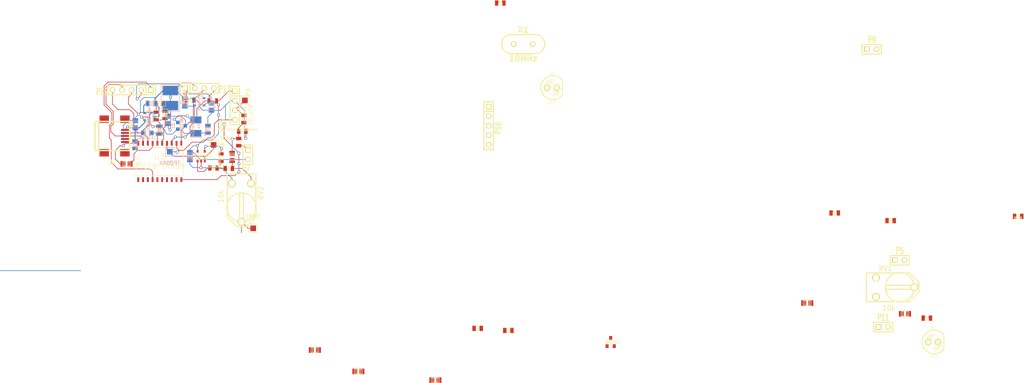
<source format=kicad_pcb>
(kicad_pcb (version 3) (host pcbnew "(2013-07-07 BZR 4022)-stable")

  (general
    (links 121)
    (no_connects 44)
    (area 80.0608 96.365161 353.120254 198.79564)
    (thickness 1.6)
    (drawings 0)
    (tracks 353)
    (zones 0)
    (modules 62)
    (nets 43)
  )

  (page A3)
  (layers
    (15 F.Cu signal)
    (0 B.Cu signal)
    (16 B.Adhes user)
    (17 F.Adhes user)
    (18 B.Paste user hide)
    (19 F.Paste user)
    (20 B.SilkS user hide)
    (21 F.SilkS user)
    (22 B.Mask user)
    (23 F.Mask user)
    (24 Dwgs.User user)
    (25 Cmts.User user)
    (26 Eco1.User user)
    (27 Eco2.User user)
    (28 Edge.Cuts user)
  )

  (setup
    (last_trace_width 0.1524)
    (trace_clearance 0.1524)
    (zone_clearance 0.508)
    (zone_45_only no)
    (trace_min 0.1524)
    (segment_width 0.2)
    (edge_width 0.1)
    (via_size 0.75)
    (via_drill 0.5)
    (via_min_size 0.75)
    (via_min_drill 0.4)
    (uvia_size 0.508)
    (uvia_drill 0.127)
    (uvias_allowed no)
    (uvia_min_size 0.508)
    (uvia_min_drill 0.127)
    (pcb_text_width 0.3)
    (pcb_text_size 1.5 1.5)
    (mod_edge_width 0.15)
    (mod_text_size 1 1)
    (mod_text_width 0.15)
    (pad_size 1.5 1.5)
    (pad_drill 0.6)
    (pad_to_mask_clearance 0)
    (aux_axis_origin 0 0)
    (visible_elements 7FFFFBDF)
    (pcbplotparams
      (layerselection 3178497)
      (usegerberextensions true)
      (excludeedgelayer true)
      (linewidth 0.150000)
      (plotframeref false)
      (viasonmask false)
      (mode 1)
      (useauxorigin false)
      (hpglpennumber 1)
      (hpglpenspeed 20)
      (hpglpendiameter 15)
      (hpglpenoverlay 2)
      (psnegative false)
      (psa4output false)
      (plotreference true)
      (plotvalue true)
      (plotothertext true)
      (plotinvisibletext false)
      (padsonsilk false)
      (subtractmaskfromsilk false)
      (outputformat 1)
      (mirror false)
      (drillshape 1)
      (scaleselection 1)
      (outputdirectory ""))
  )

  (net 0 "")
  (net 1 +3.3V)
  (net 2 /AUDIO_IN)
  (net 3 /AUDIO_OUT)
  (net 4 /PTT)
  (net 5 /R_VOUT)
  (net 6 /UART_RX)
  (net 7 /UART_TX)
  (net 8 GND)
  (net 9 N-000001)
  (net 10 N-0000010)
  (net 11 N-0000011)
  (net 12 N-0000013)
  (net 13 N-0000014)
  (net 14 N-0000015)
  (net 15 N-0000016)
  (net 16 N-0000017)
  (net 17 N-0000018)
  (net 18 N-0000019)
  (net 19 N-000002)
  (net 20 N-0000020)
  (net 21 N-0000021)
  (net 22 N-0000023)
  (net 23 N-0000024)
  (net 24 N-0000025)
  (net 25 N-0000026)
  (net 26 N-0000027)
  (net 27 N-0000028)
  (net 28 N-000003)
  (net 29 N-0000033)
  (net 30 N-0000034)
  (net 31 N-0000035)
  (net 32 N-0000037)
  (net 33 N-000004)
  (net 34 N-0000040)
  (net 35 N-0000041)
  (net 36 N-0000043)
  (net 37 N-0000044)
  (net 38 N-000005)
  (net 39 N-000006)
  (net 40 N-000007)
  (net 41 N-000008)
  (net 42 N-000009)

  (net_class Default "This is the default net class."
    (clearance 0.1524)
    (trace_width 0.1524)
    (via_dia 0.75)
    (via_drill 0.5)
    (uvia_dia 0.508)
    (uvia_drill 0.127)
    (add_net "")
    (add_net +3.3V)
    (add_net /AUDIO_IN)
    (add_net /AUDIO_OUT)
    (add_net /PTT)
    (add_net /R_VOUT)
    (add_net /UART_RX)
    (add_net /UART_TX)
    (add_net GND)
    (add_net N-000001)
    (add_net N-0000010)
    (add_net N-0000011)
    (add_net N-0000013)
    (add_net N-0000014)
    (add_net N-0000015)
    (add_net N-0000016)
    (add_net N-0000017)
    (add_net N-0000018)
    (add_net N-0000019)
    (add_net N-000002)
    (add_net N-0000020)
    (add_net N-0000021)
    (add_net N-0000023)
    (add_net N-0000024)
    (add_net N-0000025)
    (add_net N-0000026)
    (add_net N-0000027)
    (add_net N-0000028)
    (add_net N-000003)
    (add_net N-0000033)
    (add_net N-0000034)
    (add_net N-0000035)
    (add_net N-0000037)
    (add_net N-000004)
    (add_net N-0000040)
    (add_net N-0000041)
    (add_net N-0000043)
    (add_net N-0000044)
    (add_net N-000005)
    (add_net N-000006)
    (add_net N-000007)
    (add_net N-000008)
    (add_net N-000009)
  )

  (net_class power ""
    (clearance 0.1524)
    (trace_width 0.23)
    (via_dia 0.75)
    (via_drill 0.5)
    (uvia_dia 0.508)
    (uvia_drill 0.127)
  )

  (module USB_MINI_B (layer F.Cu) (tedit 553A20BC) (tstamp 553A20F2)
    (at 109.8804 132.6388)
    (descr "USB Mini-B 5-pin SMD connector")
    (tags "USB, Mini-B, connector")
    (path /5532E5CD)
    (fp_text reference J1 (at 0 6.90118) (layer F.SilkS)
      (effects (font (size 1.016 1.016) (thickness 0.2032)))
    )
    (fp_text value USB_MINI (at 0.1905 -6.4135) (layer F.SilkS) hide
      (effects (font (size 1.016 1.016) (thickness 0.2032)))
    )
    (fp_line (start -3.59918 -3.85064) (end -3.59918 3.85064) (layer F.SilkS) (width 0.381))
    (fp_line (start -4.59994 -3.85064) (end -4.59994 3.85064) (layer F.SilkS) (width 0.381))
    (fp_line (start -4.59994 3.85064) (end 4.59994 3.85064) (layer F.SilkS) (width 0.381))
    (fp_line (start 4.59994 3.85064) (end 4.59994 -3.85064) (layer F.SilkS) (width 0.381))
    (fp_line (start 4.59994 -3.85064) (end -4.59994 -3.85064) (layer F.SilkS) (width 0.381))
    (pad 1 smd rect (at 3.44932 -1.6002) (size 2.30124 0.50038)
      (layers F.Cu F.Paste F.Mask)
      (net 29 N-0000033)
    )
    (pad 2 smd rect (at 3.44932 -0.8001) (size 2.30124 0.50038)
      (layers F.Cu F.Paste F.Mask)
      (net 21 N-0000021)
    )
    (pad 3 smd rect (at 3.44932 0) (size 2.30124 0.50038)
      (layers F.Cu F.Paste F.Mask)
      (net 20 N-0000020)
    )
    (pad 4 smd rect (at 3.44932 0.8001) (size 2.30124 0.50038)
      (layers F.Cu F.Paste F.Mask)
    )
    (pad 5 smd rect (at 3.44932 1.6002) (size 2.30124 0.50038)
      (layers F.Cu F.Paste F.Mask)
      (net 8 GND)
    )
    (pad 6 smd rect (at 3.35026 -4.45008) (size 2.49936 1.99898)
      (layers F.Cu F.Paste F.Mask)
    )
    (pad 7 smd rect (at -2.14884 -4.45008) (size 2.49936 1.99898)
      (layers F.Cu F.Paste F.Mask)
    )
    (pad 8 smd rect (at 3.35026 4.45008) (size 2.49936 1.99898)
      (layers F.Cu F.Paste F.Mask)
    )
    (pad 9 smd rect (at -2.14884 4.45008) (size 2.49936 1.99898)
      (layers F.Cu F.Paste F.Mask)
    )
    (pad "" np_thru_hole circle (at 0.8509 -2.19964) (size 0.89916 0.89916) (drill 0.89916)
      (layers *.Cu *.Mask F.SilkS)
    )
    (pad 2 np_thru_hole circle (at 0.8509 2.19964) (size 0.89916 0.89916) (drill 0.89916)
      (layers *.Cu *.Mask F.SilkS)
      (net 21 N-0000021)
    )
  )

  (module SOT23-5 (layer B.Cu) (tedit 4ECF78EF) (tstamp 553986C4)
    (at 132.969 123.5583 90)
    (path /5532867E)
    (attr smd)
    (fp_text reference U1 (at 2.19964 0.29972 360) (layer B.SilkS)
      (effects (font (size 0.635 0.635) (thickness 0.127)) (justify mirror))
    )
    (fp_text value TPS769XX (at 0 0 90) (layer B.SilkS)
      (effects (font (size 0.635 0.635) (thickness 0.127)) (justify mirror))
    )
    (fp_line (start 1.524 0.889) (end 1.524 -0.889) (layer B.SilkS) (width 0.127))
    (fp_line (start 1.524 -0.889) (end -1.524 -0.889) (layer B.SilkS) (width 0.127))
    (fp_line (start -1.524 -0.889) (end -1.524 0.889) (layer B.SilkS) (width 0.127))
    (fp_line (start -1.524 0.889) (end 1.524 0.889) (layer B.SilkS) (width 0.127))
    (pad 1 smd rect (at -0.9525 -1.27 90) (size 0.508 0.762)
      (layers B.Cu B.Paste B.Mask)
      (net 23 N-0000024)
    )
    (pad 3 smd rect (at 0.9525 -1.27 90) (size 0.508 0.762)
      (layers B.Cu B.Paste B.Mask)
      (net 8 GND)
    )
    (pad 5 smd rect (at -0.9525 1.27 90) (size 0.508 0.762)
      (layers B.Cu B.Paste B.Mask)
      (net 1 +3.3V)
    )
    (pad 2 smd rect (at 0 -1.27 90) (size 0.508 0.762)
      (layers B.Cu B.Paste B.Mask)
      (net 8 GND)
    )
    (pad 4 smd rect (at 0.9525 1.27 90) (size 0.508 0.762)
      (layers B.Cu B.Paste B.Mask)
    )
    (model smd/SOT23_5.wrl
      (at (xyz 0 0 0))
      (scale (xyz 0.1 0.1 0.1))
      (rotate (xyz 0 0 0))
    )
  )

  (module SOT23-5 (layer B.Cu) (tedit 4ECF78EF) (tstamp 553986D1)
    (at 119.761 127.508 270)
    (path /55329AD8)
    (attr smd)
    (fp_text reference U4 (at 2.19964 0.29972 540) (layer B.SilkS)
      (effects (font (size 0.635 0.635) (thickness 0.127)) (justify mirror))
    )
    (fp_text value MCP7383X (at 0 0 270) (layer B.SilkS)
      (effects (font (size 0.635 0.635) (thickness 0.127)) (justify mirror))
    )
    (fp_line (start 1.524 0.889) (end 1.524 -0.889) (layer B.SilkS) (width 0.127))
    (fp_line (start 1.524 -0.889) (end -1.524 -0.889) (layer B.SilkS) (width 0.127))
    (fp_line (start -1.524 -0.889) (end -1.524 0.889) (layer B.SilkS) (width 0.127))
    (fp_line (start -1.524 0.889) (end 1.524 0.889) (layer B.SilkS) (width 0.127))
    (pad 1 smd rect (at -0.9525 -1.27 270) (size 0.508 0.762)
      (layers B.Cu B.Paste B.Mask)
      (net 30 N-0000034)
    )
    (pad 3 smd rect (at 0.9525 -1.27 270) (size 0.508 0.762)
      (layers B.Cu B.Paste B.Mask)
      (net 25 N-0000026)
    )
    (pad 5 smd rect (at -0.9525 1.27 270) (size 0.508 0.762)
      (layers B.Cu B.Paste B.Mask)
      (net 22 N-0000023)
    )
    (pad 2 smd rect (at 0 -1.27 270) (size 0.508 0.762)
      (layers B.Cu B.Paste B.Mask)
      (net 8 GND)
    )
    (pad 4 smd rect (at 0.9525 1.27 270) (size 0.508 0.762)
      (layers B.Cu B.Paste B.Mask)
      (net 29 N-0000033)
    )
    (model smd/SOT23_5.wrl
      (at (xyz 0 0 0))
      (scale (xyz 0.1 0.1 0.1))
      (rotate (xyz 0 0 0))
    )
  )

  (module SOT23-5 (layer F.Cu) (tedit 4ECF78EF) (tstamp 553986DE)
    (at 133.477 137.9982)
    (path /5532B295)
    (attr smd)
    (fp_text reference U2 (at 2.19964 -0.29972 90) (layer F.SilkS)
      (effects (font (size 0.635 0.635) (thickness 0.127)))
    )
    (fp_text value TLV271 (at 0 0) (layer F.SilkS)
      (effects (font (size 0.635 0.635) (thickness 0.127)))
    )
    (fp_line (start 1.524 -0.889) (end 1.524 0.889) (layer F.SilkS) (width 0.127))
    (fp_line (start 1.524 0.889) (end -1.524 0.889) (layer F.SilkS) (width 0.127))
    (fp_line (start -1.524 0.889) (end -1.524 -0.889) (layer F.SilkS) (width 0.127))
    (fp_line (start -1.524 -0.889) (end 1.524 -0.889) (layer F.SilkS) (width 0.127))
    (pad 1 smd rect (at -0.9525 1.27) (size 0.508 0.762)
      (layers F.Cu F.Paste F.Mask)
      (net 38 N-000005)
    )
    (pad 3 smd rect (at 0.9525 1.27) (size 0.508 0.762)
      (layers F.Cu F.Paste F.Mask)
      (net 32 N-0000037)
    )
    (pad 5 smd rect (at -0.9525 -1.27) (size 0.508 0.762)
      (layers F.Cu F.Paste F.Mask)
      (net 1 +3.3V)
    )
    (pad 2 smd rect (at 0 1.27) (size 0.508 0.762)
      (layers F.Cu F.Paste F.Mask)
      (net 8 GND)
    )
    (pad 4 smd rect (at 0.9525 -1.27) (size 0.508 0.762)
      (layers F.Cu F.Paste F.Mask)
      (net 33 N-000004)
    )
    (model smd/SOT23_5.wrl
      (at (xyz 0 0 0))
      (scale (xyz 0.1 0.1 0.1))
      (rotate (xyz 0 0 0))
    )
  )

  (module SOT23 (layer F.Cu) (tedit 5051A6D7) (tstamp 553986EA)
    (at 242.2144 187.3504)
    (tags SOT23)
    (path /553449C0)
    (fp_text reference T1 (at 1.99898 -0.09906 90) (layer F.SilkS)
      (effects (font (size 0.762 0.762) (thickness 0.11938)))
    )
    (fp_text value BSV52 (at 0.0635 0) (layer F.SilkS)
      (effects (font (size 0.50038 0.50038) (thickness 0.09906)))
    )
    (fp_circle (center -1.17602 0.35052) (end -1.30048 0.44958) (layer F.SilkS) (width 0.07874))
    (fp_line (start 1.27 -0.508) (end 1.27 0.508) (layer F.SilkS) (width 0.07874))
    (fp_line (start -1.3335 -0.508) (end -1.3335 0.508) (layer F.SilkS) (width 0.07874))
    (fp_line (start 1.27 0.508) (end -1.3335 0.508) (layer F.SilkS) (width 0.07874))
    (fp_line (start -1.3335 -0.508) (end 1.27 -0.508) (layer F.SilkS) (width 0.07874))
    (pad 3 smd rect (at 0 -1.09982) (size 0.8001 1.00076)
      (layers F.Cu F.Paste F.Mask)
      (net 4 /PTT)
    )
    (pad 2 smd rect (at 0.9525 1.09982) (size 0.8001 1.00076)
      (layers F.Cu F.Paste F.Mask)
      (net 8 GND)
    )
    (pad 1 smd rect (at -0.9525 1.09982) (size 0.8001 1.00076)
      (layers F.Cu F.Paste F.Mask)
      (net 35 N-0000041)
    )
    (model smd\SOT23_3.wrl
      (at (xyz 0 0 0))
      (scale (xyz 0.4 0.4 0.4))
      (rotate (xyz 0 0 180))
    )
  )

  (module SO20L (layer F.Cu) (tedit 42807090) (tstamp 55398715)
    (at 122.4915 139.4079)
    (descr "Cms SOJ 20 pins large")
    (tags "CMS SOJ")
    (path /5532862A)
    (attr smd)
    (fp_text reference U3 (at 0 -1.27) (layer F.SilkS)
      (effects (font (size 1.524 1.524) (thickness 0.127)))
    )
    (fp_text value PIC18F14K50 (at 0 1.27) (layer F.SilkS)
      (effects (font (size 1.524 1.27) (thickness 0.127)))
    )
    (fp_line (start 6.35 3.683) (end 6.35 -3.683) (layer F.SilkS) (width 0.127))
    (fp_line (start -6.35 -3.683) (end -6.35 3.683) (layer F.SilkS) (width 0.127))
    (fp_line (start 6.35 3.683) (end -6.35 3.683) (layer F.SilkS) (width 0.127))
    (fp_line (start -6.35 -3.683) (end 6.35 -3.683) (layer F.SilkS) (width 0.127))
    (fp_line (start -6.35 -0.635) (end -5.08 -0.635) (layer F.SilkS) (width 0.127))
    (fp_line (start -5.08 -0.635) (end -5.08 0.635) (layer F.SilkS) (width 0.127))
    (fp_line (start -5.08 0.635) (end -6.35 0.635) (layer F.SilkS) (width 0.127))
    (pad 11 smd rect (at 5.715 -4.826) (size 0.508 1.27)
      (layers F.Cu F.Paste F.Mask)
      (net 36 N-0000043)
    )
    (pad 12 smd rect (at 4.445 -4.826) (size 0.508 1.27)
      (layers F.Cu F.Paste F.Mask)
      (net 6 /UART_RX)
    )
    (pad 13 smd rect (at 3.175 -4.826) (size 0.508 1.27)
      (layers F.Cu F.Paste F.Mask)
      (net 37 N-0000044)
    )
    (pad 14 smd rect (at 1.905 -4.826) (size 0.508 1.27)
      (layers F.Cu F.Paste F.Mask)
      (net 32 N-0000037)
    )
    (pad 15 smd rect (at 0.635 -4.826) (size 0.508 1.27)
      (layers F.Cu F.Paste F.Mask)
      (net 41 N-000008)
    )
    (pad 16 smd rect (at -0.635 -4.826) (size 0.508 1.27)
      (layers F.Cu F.Paste F.Mask)
      (net 42 N-000009)
    )
    (pad 17 smd rect (at -1.905 -4.826) (size 0.508 1.27)
      (layers F.Cu F.Paste F.Mask)
      (net 18 N-0000019)
    )
    (pad 18 smd rect (at -3.175 -4.826) (size 0.508 1.27)
      (layers F.Cu F.Paste F.Mask)
      (net 21 N-0000021)
    )
    (pad 19 smd rect (at -4.445 -4.826) (size 0.508 1.27)
      (layers F.Cu F.Paste F.Mask)
      (net 20 N-0000020)
    )
    (pad 20 smd rect (at -5.715 -4.826) (size 0.508 1.27)
      (layers F.Cu F.Paste F.Mask)
      (net 8 GND)
    )
    (pad 1 smd rect (at -5.715 4.826) (size 0.508 1.27)
      (layers F.Cu F.Paste F.Mask)
      (net 1 +3.3V)
    )
    (pad 2 smd rect (at -4.445 4.826) (size 0.508 1.27)
      (layers F.Cu F.Paste F.Mask)
      (net 26 N-0000027)
    )
    (pad 3 smd rect (at -3.175 4.826) (size 0.508 1.27)
      (layers F.Cu F.Paste F.Mask)
      (net 27 N-0000028)
    )
    (pad 4 smd rect (at -1.905 4.826) (size 0.508 1.27)
      (layers F.Cu F.Paste F.Mask)
      (net 19 N-000002)
    )
    (pad 5 smd rect (at -0.635 4.826) (size 0.508 1.27)
      (layers F.Cu F.Paste F.Mask)
      (net 16 N-0000017)
    )
    (pad 6 smd rect (at 0.635 4.826) (size 0.508 1.27)
      (layers F.Cu F.Paste F.Mask)
      (net 15 N-0000016)
    )
    (pad 7 smd rect (at 1.905 4.826) (size 0.508 1.27)
      (layers F.Cu F.Paste F.Mask)
      (net 12 N-0000013)
    )
    (pad 8 smd rect (at 3.175 4.826) (size 0.508 1.27)
      (layers F.Cu F.Paste F.Mask)
      (net 34 N-0000040)
    )
    (pad 9 smd rect (at 4.445 4.826) (size 0.508 1.27)
      (layers F.Cu F.Paste F.Mask)
      (net 24 N-0000025)
    )
    (pad 10 smd rect (at 5.715 4.826) (size 0.508 1.27)
      (layers F.Cu F.Paste F.Mask)
      (net 17 N-0000018)
    )
    (model smd/cms_so20.wrl
      (at (xyz 0 0 0))
      (scale (xyz 0.5 0.6 0.5))
      (rotate (xyz 0 0 0))
    )
  )

  (module SMD_CONN2_PWR (layer B.Cu) (tedit 531CCEA1) (tstamp 5539871F)
    (at 129.3114 122.5804 90)
    (path /5532A16F)
    (fp_text reference P10 (at 0 0 90) (layer B.SilkS)
      (effects (font (size 1 1) (thickness 0.15)) (justify mirror))
    )
    (fp_text value BATT (at 0 0 90) (layer B.SilkS)
      (effects (font (size 1 1) (thickness 0.15)) (justify mirror))
    )
    (fp_line (start -3.556 -1.524) (end 3.556 -1.524) (layer B.SilkS) (width 0.15))
    (fp_line (start 3.556 -1.524) (end 3.556 -6.477) (layer B.SilkS) (width 0.15))
    (fp_line (start 3.556 -6.477) (end -3.556 -6.477) (layer B.SilkS) (width 0.15))
    (fp_line (start -3.556 -6.477) (end -3.556 -1.524) (layer B.SilkS) (width 0.15))
    (pad 1 smd rect (at -2 -4 90) (size 2.5 4.2)
      (layers B.Cu B.Paste B.Mask)
      (net 25 N-0000026)
    )
    (pad 2 smd rect (at 2 -4 90) (size 2.5 4.2)
      (layers B.Cu B.Paste B.Mask)
      (net 8 GND)
    )
  )

  (module SMD_CONN1 (layer F.Cu) (tedit 553A32B4) (tstamp 55398728)
    (at 145.0848 120.2055)
    (path /5535658F)
    (fp_text reference P3 (at 0.9144 0.8382 90) (layer F.SilkS)
      (effects (font (size 1 1) (thickness 0.15)))
    )
    (fp_text value TP_UTX (at 1.5621 6.7818 90) (layer F.SilkS)
      (effects (font (size 1 1) (thickness 0.15)))
    )
    (fp_line (start 1.143 1.8415) (end 1.143 4.1275) (layer F.SilkS) (width 0.15))
    (fp_line (start -1.143 4.1275) (end -1.143 1.8415) (layer F.SilkS) (width 0.15))
    (fp_line (start -1.143 1.8415) (end 1.143 1.8415) (layer F.SilkS) (width 0.15))
    (fp_line (start -1.143 4.1275) (end 1.143 4.1275) (layer F.SilkS) (width 0.15))
    (pad 1 smd rect (at 0 3) (size 1.5 1.5)
      (layers F.Cu F.Paste F.Mask)
      (net 7 /UART_TX)
    )
  )

  (module SMD_CONN1 (layer F.Cu) (tedit 553A2CF7) (tstamp 55398731)
    (at 136.779 132.0165)
    (path /55356798)
    (fp_text reference P8 (at 1.9812 2.9718) (layer F.SilkS)
      (effects (font (size 1 1) (thickness 0.15)))
    )
    (fp_text value TP_TON1 (at 2.2479 1.2573) (layer F.SilkS)
      (effects (font (size 1 1) (thickness 0.15)))
    )
    (fp_line (start 1.143 1.8415) (end 1.143 4.1275) (layer F.SilkS) (width 0.15))
    (fp_line (start -1.143 4.1275) (end -1.143 1.8415) (layer F.SilkS) (width 0.15))
    (fp_line (start -1.143 1.8415) (end 1.143 1.8415) (layer F.SilkS) (width 0.15))
    (fp_line (start -1.143 4.1275) (end 1.143 4.1275) (layer F.SilkS) (width 0.15))
    (pad 1 smd rect (at 0 3) (size 1.5 1.5)
      (layers F.Cu F.Paste F.Mask)
      (net 32 N-0000037)
    )
  )

  (module SMD_CONN1 (layer B.Cu) (tedit 531B85BF) (tstamp 5539873A)
    (at 125.1458 139.827)
    (path /55356580)
    (fp_text reference P1 (at 0 0) (layer B.SilkS)
      (effects (font (size 1 1) (thickness 0.15)) (justify mirror))
    )
    (fp_text value TP_URX (at 0 0) (layer B.SilkS)
      (effects (font (size 1 1) (thickness 0.15)) (justify mirror))
    )
    (fp_line (start 1.143 -1.8415) (end 1.143 -4.1275) (layer B.SilkS) (width 0.15))
    (fp_line (start -1.143 -4.1275) (end -1.143 -1.8415) (layer B.SilkS) (width 0.15))
    (fp_line (start -1.143 -1.8415) (end 1.143 -1.8415) (layer B.SilkS) (width 0.15))
    (fp_line (start -1.143 -4.1275) (end 1.143 -4.1275) (layer B.SilkS) (width 0.15))
    (pad 1 smd rect (at 0 -3) (size 1.5 1.5)
      (layers B.Cu B.Paste B.Mask)
      (net 6 /UART_RX)
    )
  )

  (module SMD_CONN1 (layer F.Cu) (tedit 531B85BF) (tstamp 55398743)
    (at 147.2946 154.1526)
    (path /553568D6)
    (fp_text reference P4 (at 0 0) (layer F.SilkS)
      (effects (font (size 1 1) (thickness 0.15)))
    )
    (fp_text value TON2 (at 0 0) (layer F.SilkS)
      (effects (font (size 1 1) (thickness 0.15)))
    )
    (fp_line (start 1.143 1.8415) (end 1.143 4.1275) (layer F.SilkS) (width 0.15))
    (fp_line (start -1.143 4.1275) (end -1.143 1.8415) (layer F.SilkS) (width 0.15))
    (fp_line (start -1.143 1.8415) (end 1.143 1.8415) (layer F.SilkS) (width 0.15))
    (fp_line (start -1.143 4.1275) (end 1.143 4.1275) (layer F.SilkS) (width 0.15))
    (pad 1 smd rect (at 0 3) (size 1.5 1.5)
      (layers F.Cu F.Paste F.Mask)
      (net 3 /AUDIO_OUT)
    )
  )

  (module SM1210L (layer B.Cu) (tedit 51014C14) (tstamp 55398750)
    (at 132.08 130.175 90)
    (tags "CMS SM")
    (path /5532A707)
    (attr smd)
    (fp_text reference D4 (at 0.127 0.762 90) (layer B.SilkS)
      (effects (font (size 0.7 0.7) (thickness 0.127)) (justify mirror))
    )
    (fp_text value DIODESCH (at 0 -0.762 90) (layer B.SilkS)
      (effects (font (size 0.7 0.7) (thickness 0.127)) (justify mirror))
    )
    (fp_line (start -2.794 1.524) (end -2.794 -1.524) (layer B.SilkS) (width 0.127))
    (fp_line (start 0.889 -1.524) (end 2.794 -1.524) (layer B.SilkS) (width 0.127))
    (fp_line (start 2.794 -1.524) (end 2.794 1.524) (layer B.SilkS) (width 0.127))
    (fp_line (start 2.794 1.524) (end 0.889 1.524) (layer B.SilkS) (width 0.127))
    (fp_line (start -0.762 1.524) (end -2.794 1.524) (layer B.SilkS) (width 0.127))
    (fp_line (start -2.594 1.524) (end -2.594 -1.524) (layer B.SilkS) (width 0.127))
    (fp_line (start -2.794 -1.524) (end -0.762 -1.524) (layer B.SilkS) (width 0.127))
    (pad 1 smd rect (at -1.778 0 90) (size 1.778 2.794)
      (layers B.Cu B.Paste B.Mask)
      (net 29 N-0000033)
    )
    (pad 2 smd rect (at 1.778 0 90) (size 1.778 2.794)
      (layers B.Cu B.Paste B.Mask)
      (net 23 N-0000024)
    )
    (model smd/chip_cms.wrl
      (at (xyz 0 0 0))
      (scale (xyz 0.2 0.2 0.2))
      (rotate (xyz 0 0 0))
    )
  )

  (module SM0805 (layer F.Cu) (tedit 5091495C) (tstamp 5539875D)
    (at 326.1741 181.0258)
    (path /553449A2)
    (attr smd)
    (fp_text reference R9 (at 0 -0.3175) (layer F.SilkS)
      (effects (font (size 0.50038 0.50038) (thickness 0.10922)))
    )
    (fp_text value 47k (at 0 0.381) (layer F.SilkS)
      (effects (font (size 0.50038 0.50038) (thickness 0.10922)))
    )
    (fp_circle (center -1.651 0.762) (end -1.651 0.635) (layer F.SilkS) (width 0.09906))
    (fp_line (start -0.508 0.762) (end -1.524 0.762) (layer F.SilkS) (width 0.09906))
    (fp_line (start -1.524 0.762) (end -1.524 -0.762) (layer F.SilkS) (width 0.09906))
    (fp_line (start -1.524 -0.762) (end -0.508 -0.762) (layer F.SilkS) (width 0.09906))
    (fp_line (start 0.508 -0.762) (end 1.524 -0.762) (layer F.SilkS) (width 0.09906))
    (fp_line (start 1.524 -0.762) (end 1.524 0.762) (layer F.SilkS) (width 0.09906))
    (fp_line (start 1.524 0.762) (end 0.508 0.762) (layer F.SilkS) (width 0.09906))
    (pad 1 smd rect (at -0.9525 0) (size 0.889 1.397)
      (layers F.Cu F.Paste F.Mask)
      (net 34 N-0000040)
    )
    (pad 2 smd rect (at 0.9525 0) (size 0.889 1.397)
      (layers F.Cu F.Paste F.Mask)
      (net 35 N-0000041)
    )
    (model smd/chip_cms.wrl
      (at (xyz 0 0 0))
      (scale (xyz 0.1 0.1 0.1))
      (rotate (xyz 0 0 0))
    )
  )

  (module SM0805 (layer F.Cu) (tedit 5091495C) (tstamp 5539876A)
    (at 144.8181 128.1303 90)
    (path /5532C95F)
    (attr smd)
    (fp_text reference P6 (at 0 -0.3175 90) (layer F.SilkS)
      (effects (font (size 0.50038 0.50038) (thickness 0.10922)))
    )
    (fp_text value UART_TX_JUMPER (at 0 0.381 90) (layer F.SilkS)
      (effects (font (size 0.50038 0.50038) (thickness 0.10922)))
    )
    (fp_circle (center -1.651 0.762) (end -1.651 0.635) (layer F.SilkS) (width 0.09906))
    (fp_line (start -0.508 0.762) (end -1.524 0.762) (layer F.SilkS) (width 0.09906))
    (fp_line (start -1.524 0.762) (end -1.524 -0.762) (layer F.SilkS) (width 0.09906))
    (fp_line (start -1.524 -0.762) (end -0.508 -0.762) (layer F.SilkS) (width 0.09906))
    (fp_line (start 0.508 -0.762) (end 1.524 -0.762) (layer F.SilkS) (width 0.09906))
    (fp_line (start 1.524 -0.762) (end 1.524 0.762) (layer F.SilkS) (width 0.09906))
    (fp_line (start 1.524 0.762) (end 0.508 0.762) (layer F.SilkS) (width 0.09906))
    (pad 1 smd rect (at -0.9525 0 90) (size 0.889 1.397)
      (layers F.Cu F.Paste F.Mask)
      (net 17 N-0000018)
    )
    (pad 2 smd rect (at 0.9525 0 90) (size 0.889 1.397)
      (layers F.Cu F.Paste F.Mask)
      (net 7 /UART_TX)
    )
    (model smd/chip_cms.wrl
      (at (xyz 0 0 0))
      (scale (xyz 0.1 0.1 0.1))
      (rotate (xyz 0 0 0))
    )
  )

  (module SM0805 (layer F.Cu) (tedit 5091495C) (tstamp 55398777)
    (at 121.539 127.3302 270)
    (path /5534384F)
    (attr smd)
    (fp_text reference R16 (at 0 -0.3175 270) (layer F.SilkS)
      (effects (font (size 0.50038 0.50038) (thickness 0.10922)))
    )
    (fp_text value 1k (at 0 0.381 270) (layer F.SilkS)
      (effects (font (size 0.50038 0.50038) (thickness 0.10922)))
    )
    (fp_circle (center -1.651 0.762) (end -1.651 0.635) (layer F.SilkS) (width 0.09906))
    (fp_line (start -0.508 0.762) (end -1.524 0.762) (layer F.SilkS) (width 0.09906))
    (fp_line (start -1.524 0.762) (end -1.524 -0.762) (layer F.SilkS) (width 0.09906))
    (fp_line (start -1.524 -0.762) (end -0.508 -0.762) (layer F.SilkS) (width 0.09906))
    (fp_line (start 0.508 -0.762) (end 1.524 -0.762) (layer F.SilkS) (width 0.09906))
    (fp_line (start 1.524 -0.762) (end 1.524 0.762) (layer F.SilkS) (width 0.09906))
    (fp_line (start 1.524 0.762) (end 0.508 0.762) (layer F.SilkS) (width 0.09906))
    (pad 1 smd rect (at -0.9525 0 270) (size 0.889 1.397)
      (layers F.Cu F.Paste F.Mask)
      (net 8 GND)
    )
    (pad 2 smd rect (at 0.9525 0 270) (size 0.889 1.397)
      (layers F.Cu F.Paste F.Mask)
      (net 11 N-0000011)
    )
    (model smd/chip_cms.wrl
      (at (xyz 0 0 0))
      (scale (xyz 0.1 0.1 0.1))
      (rotate (xyz 0 0 0))
    )
  )

  (module SM0805 (layer F.Cu) (tedit 5091495C) (tstamp 55398784)
    (at 136.5504 123.3297)
    (path /55355E20)
    (attr smd)
    (fp_text reference R15 (at 0 -0.3175) (layer F.SilkS)
      (effects (font (size 0.50038 0.50038) (thickness 0.10922)))
    )
    (fp_text value 4k7 (at 0 0.381) (layer F.SilkS)
      (effects (font (size 0.50038 0.50038) (thickness 0.10922)))
    )
    (fp_circle (center -1.651 0.762) (end -1.651 0.635) (layer F.SilkS) (width 0.09906))
    (fp_line (start -0.508 0.762) (end -1.524 0.762) (layer F.SilkS) (width 0.09906))
    (fp_line (start -1.524 0.762) (end -1.524 -0.762) (layer F.SilkS) (width 0.09906))
    (fp_line (start -1.524 -0.762) (end -0.508 -0.762) (layer F.SilkS) (width 0.09906))
    (fp_line (start 0.508 -0.762) (end 1.524 -0.762) (layer F.SilkS) (width 0.09906))
    (fp_line (start 1.524 -0.762) (end 1.524 0.762) (layer F.SilkS) (width 0.09906))
    (fp_line (start 1.524 0.762) (end 0.508 0.762) (layer F.SilkS) (width 0.09906))
    (pad 1 smd rect (at -0.9525 0) (size 0.889 1.397)
      (layers F.Cu F.Paste F.Mask)
      (net 37 N-0000044)
    )
    (pad 2 smd rect (at 0.9525 0) (size 0.889 1.397)
      (layers F.Cu F.Paste F.Mask)
      (net 1 +3.3V)
    )
    (model smd/chip_cms.wrl
      (at (xyz 0 0 0))
      (scale (xyz 0.1 0.1 0.1))
      (rotate (xyz 0 0 0))
    )
  )

  (module SM0805 (layer F.Cu) (tedit 5091495C) (tstamp 55398791)
    (at 130.5306 123.1011 180)
    (path /55355E11)
    (attr smd)
    (fp_text reference R12 (at 0 -0.3175 180) (layer F.SilkS)
      (effects (font (size 0.50038 0.50038) (thickness 0.10922)))
    )
    (fp_text value 4k7 (at 0 0.381 180) (layer F.SilkS)
      (effects (font (size 0.50038 0.50038) (thickness 0.10922)))
    )
    (fp_circle (center -1.651 0.762) (end -1.651 0.635) (layer F.SilkS) (width 0.09906))
    (fp_line (start -0.508 0.762) (end -1.524 0.762) (layer F.SilkS) (width 0.09906))
    (fp_line (start -1.524 0.762) (end -1.524 -0.762) (layer F.SilkS) (width 0.09906))
    (fp_line (start -1.524 -0.762) (end -0.508 -0.762) (layer F.SilkS) (width 0.09906))
    (fp_line (start 0.508 -0.762) (end 1.524 -0.762) (layer F.SilkS) (width 0.09906))
    (fp_line (start 1.524 -0.762) (end 1.524 0.762) (layer F.SilkS) (width 0.09906))
    (fp_line (start 1.524 0.762) (end 0.508 0.762) (layer F.SilkS) (width 0.09906))
    (pad 1 smd rect (at -0.9525 0 180) (size 0.889 1.397)
      (layers F.Cu F.Paste F.Mask)
      (net 36 N-0000043)
    )
    (pad 2 smd rect (at 0.9525 0 180) (size 0.889 1.397)
      (layers F.Cu F.Paste F.Mask)
      (net 1 +3.3V)
    )
    (model smd/chip_cms.wrl
      (at (xyz 0 0 0))
      (scale (xyz 0.1 0.1 0.1))
      (rotate (xyz 0 0 0))
    )
  )

  (module SM0805 (layer F.Cu) (tedit 5091495C) (tstamp 5539879E)
    (at 122.1867 131.1021 90)
    (path /55343687)
    (attr smd)
    (fp_text reference R13 (at 0 -0.3175 90) (layer F.SilkS)
      (effects (font (size 0.50038 0.50038) (thickness 0.10922)))
    )
    (fp_text value tbd (at 0 0.381 90) (layer F.SilkS)
      (effects (font (size 0.50038 0.50038) (thickness 0.10922)))
    )
    (fp_circle (center -1.651 0.762) (end -1.651 0.635) (layer F.SilkS) (width 0.09906))
    (fp_line (start -0.508 0.762) (end -1.524 0.762) (layer F.SilkS) (width 0.09906))
    (fp_line (start -1.524 0.762) (end -1.524 -0.762) (layer F.SilkS) (width 0.09906))
    (fp_line (start -1.524 -0.762) (end -0.508 -0.762) (layer F.SilkS) (width 0.09906))
    (fp_line (start 0.508 -0.762) (end 1.524 -0.762) (layer F.SilkS) (width 0.09906))
    (fp_line (start 1.524 -0.762) (end 1.524 0.762) (layer F.SilkS) (width 0.09906))
    (fp_line (start 1.524 0.762) (end 0.508 0.762) (layer F.SilkS) (width 0.09906))
    (pad 1 smd rect (at -0.9525 0 90) (size 0.889 1.397)
      (layers F.Cu F.Paste F.Mask)
      (net 42 N-000009)
    )
    (pad 2 smd rect (at 0.9525 0 90) (size 0.889 1.397)
      (layers F.Cu F.Paste F.Mask)
      (net 11 N-0000011)
    )
    (model smd/chip_cms.wrl
      (at (xyz 0 0 0))
      (scale (xyz 0.1 0.1 0.1))
      (rotate (xyz 0 0 0))
    )
  )

  (module SM0805 (layer F.Cu) (tedit 5091495C) (tstamp 553987AB)
    (at 316.5475 155.1305)
    (path /553441A1)
    (attr smd)
    (fp_text reference R6 (at 0 -0.3175) (layer F.SilkS)
      (effects (font (size 0.50038 0.50038) (thickness 0.10922)))
    )
    (fp_text value 1k (at 0 0.381) (layer F.SilkS)
      (effects (font (size 0.50038 0.50038) (thickness 0.10922)))
    )
    (fp_circle (center -1.651 0.762) (end -1.651 0.635) (layer F.SilkS) (width 0.09906))
    (fp_line (start -0.508 0.762) (end -1.524 0.762) (layer F.SilkS) (width 0.09906))
    (fp_line (start -1.524 0.762) (end -1.524 -0.762) (layer F.SilkS) (width 0.09906))
    (fp_line (start -1.524 -0.762) (end -0.508 -0.762) (layer F.SilkS) (width 0.09906))
    (fp_line (start 0.508 -0.762) (end 1.524 -0.762) (layer F.SilkS) (width 0.09906))
    (fp_line (start 1.524 -0.762) (end 1.524 0.762) (layer F.SilkS) (width 0.09906))
    (fp_line (start 1.524 0.762) (end 0.508 0.762) (layer F.SilkS) (width 0.09906))
    (pad 1 smd rect (at -0.9525 0) (size 0.889 1.397)
      (layers F.Cu F.Paste F.Mask)
      (net 8 GND)
    )
    (pad 2 smd rect (at 0.9525 0) (size 0.889 1.397)
      (layers F.Cu F.Paste F.Mask)
      (net 1 +3.3V)
    )
    (model smd/chip_cms.wrl
      (at (xyz 0 0 0))
      (scale (xyz 0.1 0.1 0.1))
      (rotate (xyz 0 0 0))
    )
  )

  (module SM0805 (layer F.Cu) (tedit 5091495C) (tstamp 553987B8)
    (at 301.7012 153.0858)
    (path /55344192)
    (attr smd)
    (fp_text reference R7 (at 0 -0.3175) (layer F.SilkS)
      (effects (font (size 0.50038 0.50038) (thickness 0.10922)))
    )
    (fp_text value tbd (at 0 0.381) (layer F.SilkS)
      (effects (font (size 0.50038 0.50038) (thickness 0.10922)))
    )
    (fp_circle (center -1.651 0.762) (end -1.651 0.635) (layer F.SilkS) (width 0.09906))
    (fp_line (start -0.508 0.762) (end -1.524 0.762) (layer F.SilkS) (width 0.09906))
    (fp_line (start -1.524 0.762) (end -1.524 -0.762) (layer F.SilkS) (width 0.09906))
    (fp_line (start -1.524 -0.762) (end -0.508 -0.762) (layer F.SilkS) (width 0.09906))
    (fp_line (start 0.508 -0.762) (end 1.524 -0.762) (layer F.SilkS) (width 0.09906))
    (fp_line (start 1.524 -0.762) (end 1.524 0.762) (layer F.SilkS) (width 0.09906))
    (fp_line (start 1.524 0.762) (end 0.508 0.762) (layer F.SilkS) (width 0.09906))
    (pad 1 smd rect (at -0.9525 0) (size 0.889 1.397)
      (layers F.Cu F.Paste F.Mask)
      (net 12 N-0000013)
    )
    (pad 2 smd rect (at 0.9525 0) (size 0.889 1.397)
      (layers F.Cu F.Paste F.Mask)
      (net 1 +3.3V)
    )
    (model smd/chip_cms.wrl
      (at (xyz 0 0 0))
      (scale (xyz 0.1 0.1 0.1))
      (rotate (xyz 0 0 0))
    )
  )

  (module SM0805 (layer F.Cu) (tedit 5091495C) (tstamp 553987C5)
    (at 206.8957 183.7182)
    (path /553422A8)
    (attr smd)
    (fp_text reference R2 (at 0 -0.3175) (layer F.SilkS)
      (effects (font (size 0.50038 0.50038) (thickness 0.10922)))
    )
    (fp_text value 60 (at 0 0.381) (layer F.SilkS)
      (effects (font (size 0.50038 0.50038) (thickness 0.10922)))
    )
    (fp_circle (center -1.651 0.762) (end -1.651 0.635) (layer F.SilkS) (width 0.09906))
    (fp_line (start -0.508 0.762) (end -1.524 0.762) (layer F.SilkS) (width 0.09906))
    (fp_line (start -1.524 0.762) (end -1.524 -0.762) (layer F.SilkS) (width 0.09906))
    (fp_line (start -1.524 -0.762) (end -0.508 -0.762) (layer F.SilkS) (width 0.09906))
    (fp_line (start 0.508 -0.762) (end 1.524 -0.762) (layer F.SilkS) (width 0.09906))
    (fp_line (start 1.524 -0.762) (end 1.524 0.762) (layer F.SilkS) (width 0.09906))
    (fp_line (start 1.524 0.762) (end 0.508 0.762) (layer F.SilkS) (width 0.09906))
    (pad 1 smd rect (at -0.9525 0) (size 0.889 1.397)
      (layers F.Cu F.Paste F.Mask)
      (net 1 +3.3V)
    )
    (pad 2 smd rect (at 0.9525 0) (size 0.889 1.397)
      (layers F.Cu F.Paste F.Mask)
      (net 14 N-0000015)
    )
    (model smd/chip_cms.wrl
      (at (xyz 0 0 0))
      (scale (xyz 0.1 0.1 0.1))
      (rotate (xyz 0 0 0))
    )
  )

  (module SM0805 (layer F.Cu) (tedit 5091495C) (tstamp 553987D2)
    (at 215.0491 184.277)
    (path /553422B7)
    (attr smd)
    (fp_text reference R1 (at 0 -0.3175) (layer F.SilkS)
      (effects (font (size 0.50038 0.50038) (thickness 0.10922)))
    )
    (fp_text value 60 (at 0 0.381) (layer F.SilkS)
      (effects (font (size 0.50038 0.50038) (thickness 0.10922)))
    )
    (fp_circle (center -1.651 0.762) (end -1.651 0.635) (layer F.SilkS) (width 0.09906))
    (fp_line (start -0.508 0.762) (end -1.524 0.762) (layer F.SilkS) (width 0.09906))
    (fp_line (start -1.524 0.762) (end -1.524 -0.762) (layer F.SilkS) (width 0.09906))
    (fp_line (start -1.524 -0.762) (end -0.508 -0.762) (layer F.SilkS) (width 0.09906))
    (fp_line (start 0.508 -0.762) (end 1.524 -0.762) (layer F.SilkS) (width 0.09906))
    (fp_line (start 1.524 -0.762) (end 1.524 0.762) (layer F.SilkS) (width 0.09906))
    (fp_line (start 1.524 0.762) (end 0.508 0.762) (layer F.SilkS) (width 0.09906))
    (pad 1 smd rect (at -0.9525 0) (size 0.889 1.397)
      (layers F.Cu F.Paste F.Mask)
      (net 1 +3.3V)
    )
    (pad 2 smd rect (at 0.9525 0) (size 0.889 1.397)
      (layers F.Cu F.Paste F.Mask)
      (net 13 N-0000014)
    )
    (model smd/chip_cms.wrl
      (at (xyz 0 0 0))
      (scale (xyz 0.1 0.1 0.1))
      (rotate (xyz 0 0 0))
    )
  )

  (module SM0805 (layer F.Cu) (tedit 5091495C) (tstamp 553987DF)
    (at 144.399 131.4069 180)
    (path /553430D6)
    (attr smd)
    (fp_text reference P2 (at 0 -0.3175 180) (layer F.SilkS)
      (effects (font (size 0.50038 0.50038) (thickness 0.10922)))
    )
    (fp_text value GPIO10_GND_JUMPER (at 0 0.381 180) (layer F.SilkS)
      (effects (font (size 0.50038 0.50038) (thickness 0.10922)))
    )
    (fp_circle (center -1.651 0.762) (end -1.651 0.635) (layer F.SilkS) (width 0.09906))
    (fp_line (start -0.508 0.762) (end -1.524 0.762) (layer F.SilkS) (width 0.09906))
    (fp_line (start -1.524 0.762) (end -1.524 -0.762) (layer F.SilkS) (width 0.09906))
    (fp_line (start -1.524 -0.762) (end -0.508 -0.762) (layer F.SilkS) (width 0.09906))
    (fp_line (start 0.508 -0.762) (end 1.524 -0.762) (layer F.SilkS) (width 0.09906))
    (fp_line (start 1.524 -0.762) (end 1.524 0.762) (layer F.SilkS) (width 0.09906))
    (fp_line (start 1.524 0.762) (end 0.508 0.762) (layer F.SilkS) (width 0.09906))
    (pad 1 smd rect (at -0.9525 0 180) (size 0.889 1.397)
      (layers F.Cu F.Paste F.Mask)
      (net 8 GND)
    )
    (pad 2 smd rect (at 0.9525 0 180) (size 0.889 1.397)
      (layers F.Cu F.Paste F.Mask)
      (net 17 N-0000018)
    )
    (model smd/chip_cms.wrl
      (at (xyz 0 0 0))
      (scale (xyz 0.1 0.1 0.1))
      (rotate (xyz 0 0 0))
    )
  )

  (module SM0805 (layer F.Cu) (tedit 5091495C) (tstamp 553987EC)
    (at 123.8885 127.0127 90)
    (path /55343696)
    (attr smd)
    (fp_text reference R14 (at 0 -0.3175 90) (layer F.SilkS)
      (effects (font (size 0.50038 0.50038) (thickness 0.10922)))
    )
    (fp_text value tbd (at 0 0.381 90) (layer F.SilkS)
      (effects (font (size 0.50038 0.50038) (thickness 0.10922)))
    )
    (fp_circle (center -1.651 0.762) (end -1.651 0.635) (layer F.SilkS) (width 0.09906))
    (fp_line (start -0.508 0.762) (end -1.524 0.762) (layer F.SilkS) (width 0.09906))
    (fp_line (start -1.524 0.762) (end -1.524 -0.762) (layer F.SilkS) (width 0.09906))
    (fp_line (start -1.524 -0.762) (end -0.508 -0.762) (layer F.SilkS) (width 0.09906))
    (fp_line (start 0.508 -0.762) (end 1.524 -0.762) (layer F.SilkS) (width 0.09906))
    (fp_line (start 1.524 -0.762) (end 1.524 0.762) (layer F.SilkS) (width 0.09906))
    (fp_line (start 1.524 0.762) (end 0.508 0.762) (layer F.SilkS) (width 0.09906))
    (pad 1 smd rect (at -0.9525 0 90) (size 0.889 1.397)
      (layers F.Cu F.Paste F.Mask)
      (net 41 N-000008)
    )
    (pad 2 smd rect (at 0.9525 0 90) (size 0.889 1.397)
      (layers F.Cu F.Paste F.Mask)
      (net 10 N-0000010)
    )
    (model smd/chip_cms.wrl
      (at (xyz 0 0 0))
      (scale (xyz 0.1 0.1 0.1))
      (rotate (xyz 0 0 0))
    )
  )

  (module SM0805 (layer F.Cu) (tedit 5091495C) (tstamp 553987F9)
    (at 143.4465 134.2644 90)
    (path /5534340F)
    (attr smd)
    (fp_text reference R4 (at 0 -0.3175 90) (layer F.SilkS)
      (effects (font (size 0.50038 0.50038) (thickness 0.10922)))
    )
    (fp_text value 1k (at 0 0.381 90) (layer F.SilkS)
      (effects (font (size 0.50038 0.50038) (thickness 0.10922)))
    )
    (fp_circle (center -1.651 0.762) (end -1.651 0.635) (layer F.SilkS) (width 0.09906))
    (fp_line (start -0.508 0.762) (end -1.524 0.762) (layer F.SilkS) (width 0.09906))
    (fp_line (start -1.524 0.762) (end -1.524 -0.762) (layer F.SilkS) (width 0.09906))
    (fp_line (start -1.524 -0.762) (end -0.508 -0.762) (layer F.SilkS) (width 0.09906))
    (fp_line (start 0.508 -0.762) (end 1.524 -0.762) (layer F.SilkS) (width 0.09906))
    (fp_line (start 1.524 -0.762) (end 1.524 0.762) (layer F.SilkS) (width 0.09906))
    (fp_line (start 1.524 0.762) (end 0.508 0.762) (layer F.SilkS) (width 0.09906))
    (pad 1 smd rect (at -0.9525 0 90) (size 0.889 1.397)
      (layers F.Cu F.Paste F.Mask)
      (net 40 N-000007)
    )
    (pad 2 smd rect (at 0.9525 0 90) (size 0.889 1.397)
      (layers F.Cu F.Paste F.Mask)
      (net 17 N-0000018)
    )
    (model smd/chip_cms.wrl
      (at (xyz 0 0 0))
      (scale (xyz 0.1 0.1 0.1))
      (rotate (xyz 0 0 0))
    )
  )

  (module SM0805 (layer F.Cu) (tedit 5091495C) (tstamp 55398806)
    (at 122.4915 124.0028)
    (path /5534385E)
    (attr smd)
    (fp_text reference R17 (at 0 -0.3175) (layer F.SilkS)
      (effects (font (size 0.50038 0.50038) (thickness 0.10922)))
    )
    (fp_text value 1k (at 0 0.381) (layer F.SilkS)
      (effects (font (size 0.50038 0.50038) (thickness 0.10922)))
    )
    (fp_circle (center -1.651 0.762) (end -1.651 0.635) (layer F.SilkS) (width 0.09906))
    (fp_line (start -0.508 0.762) (end -1.524 0.762) (layer F.SilkS) (width 0.09906))
    (fp_line (start -1.524 0.762) (end -1.524 -0.762) (layer F.SilkS) (width 0.09906))
    (fp_line (start -1.524 -0.762) (end -0.508 -0.762) (layer F.SilkS) (width 0.09906))
    (fp_line (start 0.508 -0.762) (end 1.524 -0.762) (layer F.SilkS) (width 0.09906))
    (fp_line (start 1.524 -0.762) (end 1.524 0.762) (layer F.SilkS) (width 0.09906))
    (fp_line (start 1.524 0.762) (end 0.508 0.762) (layer F.SilkS) (width 0.09906))
    (pad 1 smd rect (at -0.9525 0) (size 0.889 1.397)
      (layers F.Cu F.Paste F.Mask)
      (net 8 GND)
    )
    (pad 2 smd rect (at 0.9525 0) (size 0.889 1.397)
      (layers F.Cu F.Paste F.Mask)
      (net 10 N-0000010)
    )
    (model smd/chip_cms.wrl
      (at (xyz 0 0 0))
      (scale (xyz 0.1 0.1 0.1))
      (rotate (xyz 0 0 0))
    )
  )

  (module SM0805 (layer F.Cu) (tedit 5091495C) (tstamp 55398813)
    (at 350.4184 153.9748)
    (path /5532BDC0)
    (attr smd)
    (fp_text reference D3 (at 0 -0.3175) (layer F.SilkS)
      (effects (font (size 0.50038 0.50038) (thickness 0.10922)))
    )
    (fp_text value DIODE (at 0 0.381) (layer F.SilkS)
      (effects (font (size 0.50038 0.50038) (thickness 0.10922)))
    )
    (fp_circle (center -1.651 0.762) (end -1.651 0.635) (layer F.SilkS) (width 0.09906))
    (fp_line (start -0.508 0.762) (end -1.524 0.762) (layer F.SilkS) (width 0.09906))
    (fp_line (start -1.524 0.762) (end -1.524 -0.762) (layer F.SilkS) (width 0.09906))
    (fp_line (start -1.524 -0.762) (end -0.508 -0.762) (layer F.SilkS) (width 0.09906))
    (fp_line (start 0.508 -0.762) (end 1.524 -0.762) (layer F.SilkS) (width 0.09906))
    (fp_line (start 1.524 -0.762) (end 1.524 0.762) (layer F.SilkS) (width 0.09906))
    (fp_line (start 1.524 0.762) (end 0.508 0.762) (layer F.SilkS) (width 0.09906))
    (pad 1 smd rect (at -0.9525 0) (size 0.889 1.397)
      (layers F.Cu F.Paste F.Mask)
      (net 28 N-000003)
    )
    (pad 2 smd rect (at 0.9525 0) (size 0.889 1.397)
      (layers F.Cu F.Paste F.Mask)
      (net 19 N-000002)
    )
    (model smd/chip_cms.wrl
      (at (xyz 0 0 0))
      (scale (xyz 0.1 0.1 0.1))
      (rotate (xyz 0 0 0))
    )
  )

  (module SM0805 (layer F.Cu) (tedit 5091495C) (tstamp 55398820)
    (at 212.9155 97.3455)
    (path /5532BDB1)
    (attr smd)
    (fp_text reference R3 (at 0 -0.3175) (layer F.SilkS)
      (effects (font (size 0.50038 0.50038) (thickness 0.10922)))
    )
    (fp_text value 4k7 (at 0 0.381) (layer F.SilkS)
      (effects (font (size 0.50038 0.50038) (thickness 0.10922)))
    )
    (fp_circle (center -1.651 0.762) (end -1.651 0.635) (layer F.SilkS) (width 0.09906))
    (fp_line (start -0.508 0.762) (end -1.524 0.762) (layer F.SilkS) (width 0.09906))
    (fp_line (start -1.524 0.762) (end -1.524 -0.762) (layer F.SilkS) (width 0.09906))
    (fp_line (start -1.524 -0.762) (end -0.508 -0.762) (layer F.SilkS) (width 0.09906))
    (fp_line (start 0.508 -0.762) (end 1.524 -0.762) (layer F.SilkS) (width 0.09906))
    (fp_line (start 1.524 -0.762) (end 1.524 0.762) (layer F.SilkS) (width 0.09906))
    (fp_line (start 1.524 0.762) (end 0.508 0.762) (layer F.SilkS) (width 0.09906))
    (pad 1 smd rect (at -0.9525 0) (size 0.889 1.397)
      (layers F.Cu F.Paste F.Mask)
      (net 1 +3.3V)
    )
    (pad 2 smd rect (at 0.9525 0) (size 0.889 1.397)
      (layers F.Cu F.Paste F.Mask)
      (net 28 N-000003)
    )
    (model smd/chip_cms.wrl
      (at (xyz 0 0 0))
      (scale (xyz 0.1 0.1 0.1))
      (rotate (xyz 0 0 0))
    )
  )

  (module SM0805 (layer F.Cu) (tedit 5091495C) (tstamp 5539882D)
    (at 140.8176 141.2621 180)
    (path /5532B54B)
    (attr smd)
    (fp_text reference R5 (at 0 -0.3175 180) (layer F.SilkS)
      (effects (font (size 0.50038 0.50038) (thickness 0.10922)))
    )
    (fp_text value tbd (at 0 0.381 180) (layer F.SilkS)
      (effects (font (size 0.50038 0.50038) (thickness 0.10922)))
    )
    (fp_circle (center -1.651 0.762) (end -1.651 0.635) (layer F.SilkS) (width 0.09906))
    (fp_line (start -0.508 0.762) (end -1.524 0.762) (layer F.SilkS) (width 0.09906))
    (fp_line (start -1.524 0.762) (end -1.524 -0.762) (layer F.SilkS) (width 0.09906))
    (fp_line (start -1.524 -0.762) (end -0.508 -0.762) (layer F.SilkS) (width 0.09906))
    (fp_line (start 0.508 -0.762) (end 1.524 -0.762) (layer F.SilkS) (width 0.09906))
    (fp_line (start 1.524 -0.762) (end 1.524 0.762) (layer F.SilkS) (width 0.09906))
    (fp_line (start 1.524 0.762) (end 0.508 0.762) (layer F.SilkS) (width 0.09906))
    (pad 1 smd rect (at -0.9525 0 180) (size 0.889 1.397)
      (layers F.Cu F.Paste F.Mask)
      (net 9 N-000001)
    )
    (pad 2 smd rect (at 0.9525 0 180) (size 0.889 1.397)
      (layers F.Cu F.Paste F.Mask)
      (net 39 N-000006)
    )
    (model smd/chip_cms.wrl
      (at (xyz 0 0 0))
      (scale (xyz 0.1 0.1 0.1))
      (rotate (xyz 0 0 0))
    )
  )

  (module SM0805 (layer F.Cu) (tedit 5091495C) (tstamp 5539883A)
    (at 136.7409 141.1224 180)
    (path /5532B4CB)
    (attr smd)
    (fp_text reference R8 (at 0 -0.3175 180) (layer F.SilkS)
      (effects (font (size 0.50038 0.50038) (thickness 0.10922)))
    )
    (fp_text value JUMPER (at 0 0.381 180) (layer F.SilkS)
      (effects (font (size 0.50038 0.50038) (thickness 0.10922)))
    )
    (fp_circle (center -1.651 0.762) (end -1.651 0.635) (layer F.SilkS) (width 0.09906))
    (fp_line (start -0.508 0.762) (end -1.524 0.762) (layer F.SilkS) (width 0.09906))
    (fp_line (start -1.524 0.762) (end -1.524 -0.762) (layer F.SilkS) (width 0.09906))
    (fp_line (start -1.524 -0.762) (end -0.508 -0.762) (layer F.SilkS) (width 0.09906))
    (fp_line (start 0.508 -0.762) (end 1.524 -0.762) (layer F.SilkS) (width 0.09906))
    (fp_line (start 1.524 -0.762) (end 1.524 0.762) (layer F.SilkS) (width 0.09906))
    (fp_line (start 1.524 0.762) (end 0.508 0.762) (layer F.SilkS) (width 0.09906))
    (pad 1 smd rect (at -0.9525 0 180) (size 0.889 1.397)
      (layers F.Cu F.Paste F.Mask)
      (net 39 N-000006)
    )
    (pad 2 smd rect (at 0.9525 0 180) (size 0.889 1.397)
      (layers F.Cu F.Paste F.Mask)
      (net 38 N-000005)
    )
    (model smd/chip_cms.wrl
      (at (xyz 0 0 0))
      (scale (xyz 0.1 0.1 0.1))
      (rotate (xyz 0 0 0))
    )
  )

  (module SM0805 (layer F.Cu) (tedit 5091495C) (tstamp 55398847)
    (at 138.7602 138.3792 270)
    (path /5532B365)
    (attr smd)
    (fp_text reference R11 (at 0 -0.3175 270) (layer F.SilkS)
      (effects (font (size 0.50038 0.50038) (thickness 0.10922)))
    )
    (fp_text value JUMPER (at 0 0.381 270) (layer F.SilkS)
      (effects (font (size 0.50038 0.50038) (thickness 0.10922)))
    )
    (fp_circle (center -1.651 0.762) (end -1.651 0.635) (layer F.SilkS) (width 0.09906))
    (fp_line (start -0.508 0.762) (end -1.524 0.762) (layer F.SilkS) (width 0.09906))
    (fp_line (start -1.524 0.762) (end -1.524 -0.762) (layer F.SilkS) (width 0.09906))
    (fp_line (start -1.524 -0.762) (end -0.508 -0.762) (layer F.SilkS) (width 0.09906))
    (fp_line (start 0.508 -0.762) (end 1.524 -0.762) (layer F.SilkS) (width 0.09906))
    (fp_line (start 1.524 -0.762) (end 1.524 0.762) (layer F.SilkS) (width 0.09906))
    (fp_line (start 1.524 0.762) (end 0.508 0.762) (layer F.SilkS) (width 0.09906))
    (pad 1 smd rect (at -0.9525 0 270) (size 0.889 1.397)
      (layers F.Cu F.Paste F.Mask)
      (net 33 N-000004)
    )
    (pad 2 smd rect (at 0.9525 0 270) (size 0.889 1.397)
      (layers F.Cu F.Paste F.Mask)
      (net 39 N-000006)
    )
    (model smd/chip_cms.wrl
      (at (xyz 0 0 0))
      (scale (xyz 0.1 0.1 0.1))
      (rotate (xyz 0 0 0))
    )
  )

  (module SM0805 (layer B.Cu) (tedit 5091495C) (tstamp 55398854)
    (at 120.2817 124.0155 180)
    (path /5532A357)
    (attr smd)
    (fp_text reference R18 (at 0 0.3175 180) (layer B.SilkS)
      (effects (font (size 0.50038 0.50038) (thickness 0.10922)) (justify mirror))
    )
    (fp_text value 2k (at 0 -0.381 180) (layer B.SilkS)
      (effects (font (size 0.50038 0.50038) (thickness 0.10922)) (justify mirror))
    )
    (fp_circle (center -1.651 -0.762) (end -1.651 -0.635) (layer B.SilkS) (width 0.09906))
    (fp_line (start -0.508 -0.762) (end -1.524 -0.762) (layer B.SilkS) (width 0.09906))
    (fp_line (start -1.524 -0.762) (end -1.524 0.762) (layer B.SilkS) (width 0.09906))
    (fp_line (start -1.524 0.762) (end -0.508 0.762) (layer B.SilkS) (width 0.09906))
    (fp_line (start 0.508 0.762) (end 1.524 0.762) (layer B.SilkS) (width 0.09906))
    (fp_line (start 1.524 0.762) (end 1.524 -0.762) (layer B.SilkS) (width 0.09906))
    (fp_line (start 1.524 -0.762) (end 0.508 -0.762) (layer B.SilkS) (width 0.09906))
    (pad 1 smd rect (at -0.9525 0 180) (size 0.889 1.397)
      (layers B.Cu B.Paste B.Mask)
      (net 8 GND)
    )
    (pad 2 smd rect (at 0.9525 0 180) (size 0.889 1.397)
      (layers B.Cu B.Paste B.Mask)
      (net 22 N-0000023)
    )
    (model smd/chip_cms.wrl
      (at (xyz 0 0 0))
      (scale (xyz 0.1 0.1 0.1))
      (rotate (xyz 0 0 0))
    )
  )

  (module SM0805 (layer B.Cu) (tedit 5091495C) (tstamp 55398861)
    (at 115.9383 134.9502 270)
    (path /55358366)
    (attr smd)
    (fp_text reference P14 (at 0 0.3175 270) (layer B.SilkS)
      (effects (font (size 0.50038 0.50038) (thickness 0.10922)) (justify mirror))
    )
    (fp_text value R_VCC (at 0 -0.381 270) (layer B.SilkS)
      (effects (font (size 0.50038 0.50038) (thickness 0.10922)) (justify mirror))
    )
    (fp_circle (center -1.651 -0.762) (end -1.651 -0.635) (layer B.SilkS) (width 0.09906))
    (fp_line (start -0.508 -0.762) (end -1.524 -0.762) (layer B.SilkS) (width 0.09906))
    (fp_line (start -1.524 -0.762) (end -1.524 0.762) (layer B.SilkS) (width 0.09906))
    (fp_line (start -1.524 0.762) (end -0.508 0.762) (layer B.SilkS) (width 0.09906))
    (fp_line (start 0.508 0.762) (end 1.524 0.762) (layer B.SilkS) (width 0.09906))
    (fp_line (start 1.524 0.762) (end 1.524 -0.762) (layer B.SilkS) (width 0.09906))
    (fp_line (start 1.524 -0.762) (end 0.508 -0.762) (layer B.SilkS) (width 0.09906))
    (pad 1 smd rect (at -0.9525 0 270) (size 0.889 1.397)
      (layers B.Cu B.Paste B.Mask)
      (net 29 N-0000033)
    )
    (pad 2 smd rect (at 0.9525 0 270) (size 0.889 1.397)
      (layers B.Cu B.Paste B.Mask)
      (net 5 /R_VOUT)
    )
    (model smd/chip_cms.wrl
      (at (xyz 0 0 0))
      (scale (xyz 0.1 0.1 0.1))
      (rotate (xyz 0 0 0))
    )
  )

  (module SM0805 (layer B.Cu) (tedit 5091495C) (tstamp 5539886E)
    (at 122.5042 131.0386 90)
    (path /5532A3B6)
    (attr smd)
    (fp_text reference R19 (at 0 0.3175 90) (layer B.SilkS)
      (effects (font (size 0.50038 0.50038) (thickness 0.10922)) (justify mirror))
    )
    (fp_text value tbd (at 0 -0.381 90) (layer B.SilkS)
      (effects (font (size 0.50038 0.50038) (thickness 0.10922)) (justify mirror))
    )
    (fp_circle (center -1.651 -0.762) (end -1.651 -0.635) (layer B.SilkS) (width 0.09906))
    (fp_line (start -0.508 -0.762) (end -1.524 -0.762) (layer B.SilkS) (width 0.09906))
    (fp_line (start -1.524 -0.762) (end -1.524 0.762) (layer B.SilkS) (width 0.09906))
    (fp_line (start -1.524 0.762) (end -0.508 0.762) (layer B.SilkS) (width 0.09906))
    (fp_line (start 0.508 0.762) (end 1.524 0.762) (layer B.SilkS) (width 0.09906))
    (fp_line (start 1.524 0.762) (end 1.524 -0.762) (layer B.SilkS) (width 0.09906))
    (fp_line (start 1.524 -0.762) (end 0.508 -0.762) (layer B.SilkS) (width 0.09906))
    (pad 1 smd rect (at -0.9525 0 90) (size 0.889 1.397)
      (layers B.Cu B.Paste B.Mask)
      (net 31 N-0000035)
    )
    (pad 2 smd rect (at 0.9525 0 90) (size 0.889 1.397)
      (layers B.Cu B.Paste B.Mask)
      (net 29 N-0000033)
    )
    (model smd/chip_cms.wrl
      (at (xyz 0 0 0))
      (scale (xyz 0.1 0.1 0.1))
      (rotate (xyz 0 0 0))
    )
  )

  (module SM0805 (layer B.Cu) (tedit 5091495C) (tstamp 5539887B)
    (at 135.255 130.8735 90)
    (path /55358741)
    (attr smd)
    (fp_text reference R10 (at 0 0.3175 90) (layer B.SilkS)
      (effects (font (size 0.50038 0.50038) (thickness 0.10922)) (justify mirror))
    )
    (fp_text value 100K (at 0 -0.381 90) (layer B.SilkS)
      (effects (font (size 0.50038 0.50038) (thickness 0.10922)) (justify mirror))
    )
    (fp_circle (center -1.651 -0.762) (end -1.651 -0.635) (layer B.SilkS) (width 0.09906))
    (fp_line (start -0.508 -0.762) (end -1.524 -0.762) (layer B.SilkS) (width 0.09906))
    (fp_line (start -1.524 -0.762) (end -1.524 0.762) (layer B.SilkS) (width 0.09906))
    (fp_line (start -1.524 0.762) (end -0.508 0.762) (layer B.SilkS) (width 0.09906))
    (fp_line (start 0.508 0.762) (end 1.524 0.762) (layer B.SilkS) (width 0.09906))
    (fp_line (start 1.524 0.762) (end 1.524 -0.762) (layer B.SilkS) (width 0.09906))
    (fp_line (start 1.524 -0.762) (end 0.508 -0.762) (layer B.SilkS) (width 0.09906))
    (pad 1 smd rect (at -0.9525 0 90) (size 0.889 1.397)
      (layers B.Cu B.Paste B.Mask)
      (net 29 N-0000033)
    )
    (pad 2 smd rect (at 0.9525 0 90) (size 0.889 1.397)
      (layers B.Cu B.Paste B.Mask)
      (net 8 GND)
    )
    (model smd/chip_cms.wrl
      (at (xyz 0 0 0))
      (scale (xyz 0.1 0.1 0.1))
      (rotate (xyz 0 0 0))
    )
  )

  (module SIL-5 (layer F.Cu) (tedit 553A20BA) (tstamp 553A2110)
    (at 113.7285 120.4341 180)
    (descr "Connecteur 5 pins")
    (tags "CONN DEV")
    (path /5532BCAA)
    (fp_text reference P12 (at 6.5913 -0.4572 180) (layer F.SilkS)
      (effects (font (size 1.72974 1.08712) (thickness 0.3048)))
    )
    (fp_text value ICSP_CONN5 (at -0.1905 -2.7432 180) (layer F.SilkS) hide
      (effects (font (size 1.524 1.016) (thickness 0.3048)))
    )
    (fp_line (start -7.62 1.27) (end -7.62 -1.27) (layer F.SilkS) (width 0.3048))
    (fp_line (start -7.62 -1.27) (end 5.08 -1.27) (layer F.SilkS) (width 0.3048))
    (fp_line (start 5.08 -1.27) (end 5.08 1.27) (layer F.SilkS) (width 0.3048))
    (fp_line (start 5.08 1.27) (end -7.62 1.27) (layer F.SilkS) (width 0.3048))
    (fp_line (start -5.08 1.27) (end -5.08 -1.27) (layer F.SilkS) (width 0.3048))
    (pad 1 thru_hole rect (at -6.35 0 180) (size 1.397 1.397) (drill 0.8128)
      (layers *.Cu *.Mask F.SilkS)
      (net 19 N-000002)
    )
    (pad 2 thru_hole circle (at -3.81 0 180) (size 1.397 1.397) (drill 0.8128)
      (layers *.Cu *.Mask F.SilkS)
      (net 1 +3.3V)
    )
    (pad 3 thru_hole circle (at -1.27 0 180) (size 1.397 1.397) (drill 0.8128)
      (layers *.Cu *.Mask F.SilkS)
      (net 8 GND)
    )
    (pad 4 thru_hole circle (at 1.27 0 180) (size 1.397 1.397) (drill 0.8128)
      (layers *.Cu *.Mask F.SilkS)
      (net 20 N-0000020)
    )
    (pad 5 thru_hole circle (at 3.81 0 180) (size 1.397 1.397) (drill 0.8128)
      (layers *.Cu *.Mask F.SilkS)
      (net 21 N-0000021)
    )
  )

  (module SIL-5 (layer F.Cu) (tedit 200000) (tstamp 55398897)
    (at 209.804 131.191 270)
    (descr "Connecteur 5 pins")
    (tags "CONN DEV")
    (path /55356A0E)
    (fp_text reference P16 (at -0.635 -2.54 270) (layer F.SilkS)
      (effects (font (size 1.72974 1.08712) (thickness 0.3048)))
    )
    (fp_text value RADIO_DE9 (at 0 -2.54 270) (layer F.SilkS) hide
      (effects (font (size 1.524 1.016) (thickness 0.3048)))
    )
    (fp_line (start -7.62 1.27) (end -7.62 -1.27) (layer F.SilkS) (width 0.3048))
    (fp_line (start -7.62 -1.27) (end 5.08 -1.27) (layer F.SilkS) (width 0.3048))
    (fp_line (start 5.08 -1.27) (end 5.08 1.27) (layer F.SilkS) (width 0.3048))
    (fp_line (start 5.08 1.27) (end -7.62 1.27) (layer F.SilkS) (width 0.3048))
    (fp_line (start -5.08 1.27) (end -5.08 -1.27) (layer F.SilkS) (width 0.3048))
    (pad 1 thru_hole rect (at -6.35 0 270) (size 1.397 1.397) (drill 0.8128)
      (layers *.Cu *.Mask F.SilkS)
      (net 4 /PTT)
    )
    (pad 2 thru_hole circle (at -3.81 0 270) (size 1.397 1.397) (drill 0.8128)
      (layers *.Cu *.Mask F.SilkS)
      (net 2 /AUDIO_IN)
    )
    (pad 3 thru_hole circle (at -1.27 0 270) (size 1.397 1.397) (drill 0.8128)
      (layers *.Cu *.Mask F.SilkS)
      (net 3 /AUDIO_OUT)
    )
    (pad 4 thru_hole circle (at 1.27 0 270) (size 1.397 1.397) (drill 0.8128)
      (layers *.Cu *.Mask F.SilkS)
      (net 8 GND)
    )
    (pad 5 thru_hole circle (at 3.81 0 270) (size 1.397 1.397) (drill 0.8128)
      (layers *.Cu *.Mask F.SilkS)
      (net 5 /R_VOUT)
    )
  )

  (module SIL-4 (layer F.Cu) (tedit 553A264B) (tstamp 553988A6)
    (at 133.0452 119.9642)
    (descr "Connecteur 4 pibs")
    (tags "CONN DEV")
    (path /5532E038)
    (fp_text reference P13 (at 6.6675 0.2413) (layer F.SilkS)
      (effects (font (size 1.73482 1.08712) (thickness 0.3048)))
    )
    (fp_text value I2C_SCREEN (at 0.2286 2.5654) (layer F.SilkS) hide
      (effects (font (size 1.524 1.016) (thickness 0.3048)))
    )
    (fp_line (start -5.08 -1.27) (end -5.08 -1.27) (layer F.SilkS) (width 0.3048))
    (fp_line (start -5.08 1.27) (end -5.08 -1.27) (layer F.SilkS) (width 0.3048))
    (fp_line (start -5.08 -1.27) (end -5.08 -1.27) (layer F.SilkS) (width 0.3048))
    (fp_line (start -5.08 -1.27) (end 5.08 -1.27) (layer F.SilkS) (width 0.3048))
    (fp_line (start 5.08 -1.27) (end 5.08 1.27) (layer F.SilkS) (width 0.3048))
    (fp_line (start 5.08 1.27) (end -5.08 1.27) (layer F.SilkS) (width 0.3048))
    (fp_line (start -2.54 1.27) (end -2.54 -1.27) (layer F.SilkS) (width 0.3048))
    (pad 1 thru_hole rect (at -3.81 0) (size 1.397 1.397) (drill 0.8128)
      (layers *.Cu *.Mask F.SilkS)
      (net 1 +3.3V)
    )
    (pad 2 thru_hole circle (at -1.27 0) (size 1.397 1.397) (drill 0.8128)
      (layers *.Cu *.Mask F.SilkS)
      (net 8 GND)
    )
    (pad 3 thru_hole circle (at 1.27 0) (size 1.397 1.397) (drill 0.8128)
      (layers *.Cu *.Mask F.SilkS)
      (net 36 N-0000043)
    )
    (pad 4 thru_hole circle (at 3.81 0) (size 1.397 1.397) (drill 0.8128)
      (layers *.Cu *.Mask F.SilkS)
      (net 37 N-0000044)
    )
  )

  (module SIL-4 (layer F.Cu) (tedit 553A32A2) (tstamp 553988B5)
    (at 142.4178 124.5489 270)
    (descr "Connecteur 4 pibs")
    (tags "CONN DEV")
    (path /553569F3)
    (fp_text reference P15 (at 5.2959 3.2385 270) (layer F.SilkS)
      (effects (font (size 1.73482 1.08712) (thickness 0.3048)))
    )
    (fp_text value GPS_DE9 (at 0.1524 2.4003 270) (layer F.SilkS) hide
      (effects (font (size 1.524 1.016) (thickness 0.3048)))
    )
    (fp_line (start -5.08 -1.27) (end -5.08 -1.27) (layer F.SilkS) (width 0.3048))
    (fp_line (start -5.08 1.27) (end -5.08 -1.27) (layer F.SilkS) (width 0.3048))
    (fp_line (start -5.08 -1.27) (end -5.08 -1.27) (layer F.SilkS) (width 0.3048))
    (fp_line (start -5.08 -1.27) (end 5.08 -1.27) (layer F.SilkS) (width 0.3048))
    (fp_line (start 5.08 -1.27) (end 5.08 1.27) (layer F.SilkS) (width 0.3048))
    (fp_line (start 5.08 1.27) (end -5.08 1.27) (layer F.SilkS) (width 0.3048))
    (fp_line (start -2.54 1.27) (end -2.54 -1.27) (layer F.SilkS) (width 0.3048))
    (pad 1 thru_hole rect (at -3.81 0 270) (size 1.397 1.397) (drill 0.8128)
      (layers *.Cu *.Mask F.SilkS)
      (net 1 +3.3V)
    )
    (pad 2 thru_hole circle (at -1.27 0 270) (size 1.397 1.397) (drill 0.8128)
      (layers *.Cu *.Mask F.SilkS)
      (net 8 GND)
    )
    (pad 3 thru_hole circle (at 1.27 0 270) (size 1.397 1.397) (drill 0.8128)
      (layers *.Cu *.Mask F.SilkS)
      (net 7 /UART_TX)
    )
    (pad 4 thru_hole circle (at 3.81 0 270) (size 1.397 1.397) (drill 0.8128)
      (layers *.Cu *.Mask F.SilkS)
      (net 6 /UART_RX)
    )
  )

  (module SIL-2 (layer F.Cu) (tedit 200000) (tstamp 553988BF)
    (at 314.6044 183.3753)
    (descr "Connecteurs 2 pins")
    (tags "CONN DEV")
    (path /55343C77)
    (fp_text reference P11 (at 0 -2.54) (layer F.SilkS)
      (effects (font (size 1.72974 1.08712) (thickness 0.3048)))
    )
    (fp_text value MBUTTON2 (at 0 -2.54) (layer F.SilkS) hide
      (effects (font (size 1.524 1.016) (thickness 0.3048)))
    )
    (fp_line (start -2.54 1.27) (end -2.54 -1.27) (layer F.SilkS) (width 0.3048))
    (fp_line (start -2.54 -1.27) (end 2.54 -1.27) (layer F.SilkS) (width 0.3048))
    (fp_line (start 2.54 -1.27) (end 2.54 1.27) (layer F.SilkS) (width 0.3048))
    (fp_line (start 2.54 1.27) (end -2.54 1.27) (layer F.SilkS) (width 0.3048))
    (pad 1 thru_hole rect (at -1.27 0) (size 1.397 1.397) (drill 0.8128)
      (layers *.Cu *.Mask F.SilkS)
      (net 10 N-0000010)
    )
    (pad 2 thru_hole circle (at 1.27 0) (size 1.397 1.397) (drill 0.8128)
      (layers *.Cu *.Mask F.SilkS)
      (net 1 +3.3V)
    )
  )

  (module SIL-2 (layer F.Cu) (tedit 200000) (tstamp 553988C9)
    (at 311.531 109.6264)
    (descr "Connecteurs 2 pins")
    (tags "CONN DEV")
    (path /55343C86)
    (fp_text reference P9 (at 0 -2.54) (layer F.SilkS)
      (effects (font (size 1.72974 1.08712) (thickness 0.3048)))
    )
    (fp_text value MBUTTON1 (at 0 -2.54) (layer F.SilkS) hide
      (effects (font (size 1.524 1.016) (thickness 0.3048)))
    )
    (fp_line (start -2.54 1.27) (end -2.54 -1.27) (layer F.SilkS) (width 0.3048))
    (fp_line (start -2.54 -1.27) (end 2.54 -1.27) (layer F.SilkS) (width 0.3048))
    (fp_line (start 2.54 -1.27) (end 2.54 1.27) (layer F.SilkS) (width 0.3048))
    (fp_line (start 2.54 1.27) (end -2.54 1.27) (layer F.SilkS) (width 0.3048))
    (pad 1 thru_hole rect (at -1.27 0) (size 1.397 1.397) (drill 0.8128)
      (layers *.Cu *.Mask F.SilkS)
      (net 11 N-0000011)
    )
    (pad 2 thru_hole circle (at 1.27 0) (size 1.397 1.397) (drill 0.8128)
      (layers *.Cu *.Mask F.SilkS)
      (net 1 +3.3V)
    )
  )

  (module SIL-2 (layer F.Cu) (tedit 553A3119) (tstamp 553988D3)
    (at 145.8849 137.6172 270)
    (descr "Connecteurs 2 pins")
    (tags "CONN DEV")
    (path /55343278)
    (fp_text reference P7 (at 3.5052 0.4953 360) (layer F.SilkS)
      (effects (font (size 1.72974 1.08712) (thickness 0.3048)))
    )
    (fp_text value MBUTTON3 (at 0 -2.54 270) (layer F.SilkS) hide
      (effects (font (size 1.524 1.016) (thickness 0.3048)))
    )
    (fp_line (start -2.54 1.27) (end -2.54 -1.27) (layer F.SilkS) (width 0.3048))
    (fp_line (start -2.54 -1.27) (end 2.54 -1.27) (layer F.SilkS) (width 0.3048))
    (fp_line (start 2.54 -1.27) (end 2.54 1.27) (layer F.SilkS) (width 0.3048))
    (fp_line (start 2.54 1.27) (end -2.54 1.27) (layer F.SilkS) (width 0.3048))
    (pad 1 thru_hole rect (at -1.27 0 270) (size 1.397 1.397) (drill 0.8128)
      (layers *.Cu *.Mask F.SilkS)
      (net 40 N-000007)
    )
    (pad 2 thru_hole circle (at 1.27 0 270) (size 1.397 1.397) (drill 0.8128)
      (layers *.Cu *.Mask F.SilkS)
      (net 1 +3.3V)
    )
  )

  (module SIL-2 (layer F.Cu) (tedit 200000) (tstamp 553988DD)
    (at 318.9605 165.6588)
    (descr "Connecteurs 2 pins")
    (tags "CONN DEV")
    (path /5532BEA6)
    (fp_text reference P5 (at 0 -2.54) (layer F.SilkS)
      (effects (font (size 1.72974 1.08712) (thickness 0.3048)))
    )
    (fp_text value RESET_CONN_2 (at 0 -2.54) (layer F.SilkS) hide
      (effects (font (size 1.524 1.016) (thickness 0.3048)))
    )
    (fp_line (start -2.54 1.27) (end -2.54 -1.27) (layer F.SilkS) (width 0.3048))
    (fp_line (start -2.54 -1.27) (end 2.54 -1.27) (layer F.SilkS) (width 0.3048))
    (fp_line (start 2.54 -1.27) (end 2.54 1.27) (layer F.SilkS) (width 0.3048))
    (fp_line (start 2.54 1.27) (end -2.54 1.27) (layer F.SilkS) (width 0.3048))
    (pad 1 thru_hole rect (at -1.27 0) (size 1.397 1.397) (drill 0.8128)
      (layers *.Cu *.Mask F.SilkS)
      (net 8 GND)
    )
    (pad 2 thru_hole circle (at 1.27 0) (size 1.397 1.397) (drill 0.8128)
      (layers *.Cu *.Mask F.SilkS)
      (net 19 N-000002)
    )
  )

  (module RV2X4 (layer F.Cu) (tedit 200000) (tstamp 553988EF)
    (at 317.7286 172.8216)
    (descr "Resistance variable / Potentiometre")
    (tags R)
    (path /5532CB27)
    (fp_text reference RV1 (at -2.54 -5.08) (layer F.SilkS)
      (effects (font (size 1.397 1.27) (thickness 0.2032)))
    )
    (fp_text value 10k (at -1.651 5.461) (layer F.SilkS)
      (effects (font (size 1.397 1.27) (thickness 0.2032)))
    )
    (fp_line (start -7.62 -3.81) (end 3.81 -3.81) (layer F.SilkS) (width 0.3048))
    (fp_line (start 3.81 -3.81) (end 6.35 -1.27) (layer F.SilkS) (width 0.3048))
    (fp_line (start 6.35 -1.27) (end 6.35 1.27) (layer F.SilkS) (width 0.3048))
    (fp_line (start 6.35 1.27) (end 3.81 3.81) (layer F.SilkS) (width 0.3048))
    (fp_line (start 3.81 3.81) (end -7.62 3.81) (layer F.SilkS) (width 0.3048))
    (fp_line (start -7.62 3.81) (end -7.62 -3.81) (layer F.SilkS) (width 0.3048))
    (fp_line (start 0.762 -3.81) (end 1.905 -3.81) (layer F.SilkS) (width 0.3048))
    (fp_line (start 1.651 3.81) (end 0.762 3.81) (layer F.SilkS) (width 0.3048))
    (fp_line (start -2.54 -0.508) (end 4.953 -0.508) (layer F.SilkS) (width 0.3048))
    (fp_line (start -2.54 0.508) (end 4.953 0.508) (layer F.SilkS) (width 0.3048))
    (fp_circle (center 1.27 0) (end -2.54 -0.635) (layer F.SilkS) (width 0.3048))
    (pad 1 thru_hole circle (at -5.08 -2.54) (size 2.032 2.032) (drill 1.27)
      (layers *.Cu *.Mask F.SilkS)
      (net 1 +3.3V)
    )
    (pad 2 thru_hole circle (at 5.08 0) (size 2.032 2.032) (drill 1.27)
      (layers *.Cu *.Mask F.SilkS)
      (net 24 N-0000025)
    )
    (pad 3 thru_hole circle (at -5.08 2.54) (size 2.032 2.032) (drill 1.27)
      (layers *.Cu *.Mask F.SilkS)
      (net 8 GND)
    )
    (model discret/adjustable_rx2v4.wrl
      (at (xyz 0 0 0))
      (scale (xyz 1 1 1))
      (rotate (xyz 0 0 0))
    )
  )

  (module RV2X4 (layer F.Cu) (tedit 200000) (tstamp 55398901)
    (at 144.1958 150.3299 270)
    (descr "Resistance variable / Potentiometre")
    (tags R)
    (path /5532B7A2)
    (fp_text reference RV2 (at -2.54 -5.08 270) (layer F.SilkS)
      (effects (font (size 1.397 1.27) (thickness 0.2032)))
    )
    (fp_text value 10k (at -1.651 5.461 270) (layer F.SilkS)
      (effects (font (size 1.397 1.27) (thickness 0.2032)))
    )
    (fp_line (start -7.62 -3.81) (end 3.81 -3.81) (layer F.SilkS) (width 0.3048))
    (fp_line (start 3.81 -3.81) (end 6.35 -1.27) (layer F.SilkS) (width 0.3048))
    (fp_line (start 6.35 -1.27) (end 6.35 1.27) (layer F.SilkS) (width 0.3048))
    (fp_line (start 6.35 1.27) (end 3.81 3.81) (layer F.SilkS) (width 0.3048))
    (fp_line (start 3.81 3.81) (end -7.62 3.81) (layer F.SilkS) (width 0.3048))
    (fp_line (start -7.62 3.81) (end -7.62 -3.81) (layer F.SilkS) (width 0.3048))
    (fp_line (start 0.762 -3.81) (end 1.905 -3.81) (layer F.SilkS) (width 0.3048))
    (fp_line (start 1.651 3.81) (end 0.762 3.81) (layer F.SilkS) (width 0.3048))
    (fp_line (start -2.54 -0.508) (end 4.953 -0.508) (layer F.SilkS) (width 0.3048))
    (fp_line (start -2.54 0.508) (end 4.953 0.508) (layer F.SilkS) (width 0.3048))
    (fp_circle (center 1.27 0) (end -2.54 -0.635) (layer F.SilkS) (width 0.3048))
    (pad 1 thru_hole circle (at -5.08 -2.54 270) (size 2.032 2.032) (drill 1.27)
      (layers *.Cu *.Mask F.SilkS)
      (net 9 N-000001)
    )
    (pad 2 thru_hole circle (at 5.08 0 270) (size 2.032 2.032) (drill 1.27)
      (layers *.Cu *.Mask F.SilkS)
      (net 3 /AUDIO_OUT)
    )
    (pad 3 thru_hole circle (at -5.08 2.54 270) (size 2.032 2.032) (drill 1.27)
      (layers *.Cu *.Mask F.SilkS)
      (net 8 GND)
    )
    (model discret/adjustable_rx2v4.wrl
      (at (xyz 0 0 0))
      (scale (xyz 1 1 1))
      (rotate (xyz 0 0 0))
    )
  )

  (module LED-5MM (layer F.Cu) (tedit 50ADE86B) (tstamp 55398910)
    (at 327.8505 187.3504)
    (descr "LED 5mm - Lead pitch 100mil (2,54mm)")
    (tags "LED led 5mm 5MM 100mil 2,54mm")
    (path /5534225E)
    (fp_text reference D1 (at 0 -3.81) (layer F.SilkS)
      (effects (font (size 0.762 0.762) (thickness 0.0889)))
    )
    (fp_text value LED (at 0 3.81) (layer F.SilkS)
      (effects (font (size 0.762 0.762) (thickness 0.0889)))
    )
    (fp_line (start 2.8448 1.905) (end 2.8448 -1.905) (layer F.SilkS) (width 0.2032))
    (fp_circle (center 0.254 0) (end -1.016 1.27) (layer F.SilkS) (width 0.0762))
    (fp_arc (start 0.254 0) (end 2.794 1.905) (angle 286.2) (layer F.SilkS) (width 0.254))
    (fp_arc (start 0.254 0) (end -0.889 0) (angle 90) (layer F.SilkS) (width 0.1524))
    (fp_arc (start 0.254 0) (end 1.397 0) (angle 90) (layer F.SilkS) (width 0.1524))
    (fp_arc (start 0.254 0) (end -1.397 0) (angle 90) (layer F.SilkS) (width 0.1524))
    (fp_arc (start 0.254 0) (end 1.905 0) (angle 90) (layer F.SilkS) (width 0.1524))
    (fp_arc (start 0.254 0) (end -1.905 0) (angle 90) (layer F.SilkS) (width 0.1524))
    (fp_arc (start 0.254 0) (end 2.413 0) (angle 90) (layer F.SilkS) (width 0.1524))
    (pad 1 thru_hole circle (at -1.27 0) (size 1.6764 1.6764) (drill 0.8128)
      (layers *.Cu *.Mask F.SilkS)
      (net 13 N-0000014)
    )
    (pad 2 thru_hole circle (at 1.27 0) (size 1.6764 1.6764) (drill 0.8128)
      (layers *.Cu *.Mask F.SilkS)
      (net 15 N-0000016)
    )
    (model discret/leds/led5_vertical_verde.wrl
      (at (xyz 0 0 0))
      (scale (xyz 1 1 1))
      (rotate (xyz 0 0 0))
    )
  )

  (module LED-5MM (layer F.Cu) (tedit 50ADE86B) (tstamp 5539891F)
    (at 226.5934 119.8118)
    (descr "LED 5mm - Lead pitch 100mil (2,54mm)")
    (tags "LED led 5mm 5MM 100mil 2,54mm")
    (path /55342270)
    (fp_text reference D2 (at 0 -3.81) (layer F.SilkS)
      (effects (font (size 0.762 0.762) (thickness 0.0889)))
    )
    (fp_text value LED (at 0 3.81) (layer F.SilkS)
      (effects (font (size 0.762 0.762) (thickness 0.0889)))
    )
    (fp_line (start 2.8448 1.905) (end 2.8448 -1.905) (layer F.SilkS) (width 0.2032))
    (fp_circle (center 0.254 0) (end -1.016 1.27) (layer F.SilkS) (width 0.0762))
    (fp_arc (start 0.254 0) (end 2.794 1.905) (angle 286.2) (layer F.SilkS) (width 0.254))
    (fp_arc (start 0.254 0) (end -0.889 0) (angle 90) (layer F.SilkS) (width 0.1524))
    (fp_arc (start 0.254 0) (end 1.397 0) (angle 90) (layer F.SilkS) (width 0.1524))
    (fp_arc (start 0.254 0) (end -1.397 0) (angle 90) (layer F.SilkS) (width 0.1524))
    (fp_arc (start 0.254 0) (end 1.905 0) (angle 90) (layer F.SilkS) (width 0.1524))
    (fp_arc (start 0.254 0) (end -1.905 0) (angle 90) (layer F.SilkS) (width 0.1524))
    (fp_arc (start 0.254 0) (end 2.413 0) (angle 90) (layer F.SilkS) (width 0.1524))
    (pad 1 thru_hole circle (at -1.27 0) (size 1.6764 1.6764) (drill 0.8128)
      (layers *.Cu *.Mask F.SilkS)
      (net 14 N-0000015)
    )
    (pad 2 thru_hole circle (at 1.27 0) (size 1.6764 1.6764) (drill 0.8128)
      (layers *.Cu *.Mask F.SilkS)
      (net 16 N-0000017)
    )
    (model discret/leds/led5_vertical_verde.wrl
      (at (xyz 0 0 0))
      (scale (xyz 1 1 1))
      (rotate (xyz 0 0 0))
    )
  )

  (module LED-0805 (layer B.Cu) (tedit 49DC4C0B) (tstamp 5539895A)
    (at 119.1768 131.826 180)
    (descr "LED 0805 smd package")
    (tags "LED 0805 SMD")
    (path /5532A3CF)
    (attr smd)
    (fp_text reference D5 (at 0 1.27 180) (layer B.SilkS)
      (effects (font (size 0.762 0.762) (thickness 0.127)) (justify mirror))
    )
    (fp_text value "LED tbd" (at 0 -1.27 180) (layer B.SilkS)
      (effects (font (size 0.762 0.762) (thickness 0.127)) (justify mirror))
    )
    (fp_line (start 0.49784 -0.29972) (end 0.49784 -0.62484) (layer B.SilkS) (width 0.06604))
    (fp_line (start 0.49784 -0.62484) (end 0.99822 -0.62484) (layer B.SilkS) (width 0.06604))
    (fp_line (start 0.99822 -0.29972) (end 0.99822 -0.62484) (layer B.SilkS) (width 0.06604))
    (fp_line (start 0.49784 -0.29972) (end 0.99822 -0.29972) (layer B.SilkS) (width 0.06604))
    (fp_line (start 0.49784 0.32258) (end 0.49784 0.17272) (layer B.SilkS) (width 0.06604))
    (fp_line (start 0.49784 0.17272) (end 0.7493 0.17272) (layer B.SilkS) (width 0.06604))
    (fp_line (start 0.7493 0.32258) (end 0.7493 0.17272) (layer B.SilkS) (width 0.06604))
    (fp_line (start 0.49784 0.32258) (end 0.7493 0.32258) (layer B.SilkS) (width 0.06604))
    (fp_line (start 0.49784 -0.17272) (end 0.49784 -0.32258) (layer B.SilkS) (width 0.06604))
    (fp_line (start 0.49784 -0.32258) (end 0.7493 -0.32258) (layer B.SilkS) (width 0.06604))
    (fp_line (start 0.7493 -0.17272) (end 0.7493 -0.32258) (layer B.SilkS) (width 0.06604))
    (fp_line (start 0.49784 -0.17272) (end 0.7493 -0.17272) (layer B.SilkS) (width 0.06604))
    (fp_line (start 0.49784 0.19812) (end 0.49784 -0.19812) (layer B.SilkS) (width 0.06604))
    (fp_line (start 0.49784 -0.19812) (end 0.6731 -0.19812) (layer B.SilkS) (width 0.06604))
    (fp_line (start 0.6731 0.19812) (end 0.6731 -0.19812) (layer B.SilkS) (width 0.06604))
    (fp_line (start 0.49784 0.19812) (end 0.6731 0.19812) (layer B.SilkS) (width 0.06604))
    (fp_line (start -0.99822 -0.29972) (end -0.99822 -0.62484) (layer B.SilkS) (width 0.06604))
    (fp_line (start -0.99822 -0.62484) (end -0.49784 -0.62484) (layer B.SilkS) (width 0.06604))
    (fp_line (start -0.49784 -0.29972) (end -0.49784 -0.62484) (layer B.SilkS) (width 0.06604))
    (fp_line (start -0.99822 -0.29972) (end -0.49784 -0.29972) (layer B.SilkS) (width 0.06604))
    (fp_line (start -0.99822 0.62484) (end -0.99822 0.29972) (layer B.SilkS) (width 0.06604))
    (fp_line (start -0.99822 0.29972) (end -0.49784 0.29972) (layer B.SilkS) (width 0.06604))
    (fp_line (start -0.49784 0.62484) (end -0.49784 0.29972) (layer B.SilkS) (width 0.06604))
    (fp_line (start -0.99822 0.62484) (end -0.49784 0.62484) (layer B.SilkS) (width 0.06604))
    (fp_line (start -0.7493 -0.17272) (end -0.7493 -0.32258) (layer B.SilkS) (width 0.06604))
    (fp_line (start -0.7493 -0.32258) (end -0.49784 -0.32258) (layer B.SilkS) (width 0.06604))
    (fp_line (start -0.49784 -0.17272) (end -0.49784 -0.32258) (layer B.SilkS) (width 0.06604))
    (fp_line (start -0.7493 -0.17272) (end -0.49784 -0.17272) (layer B.SilkS) (width 0.06604))
    (fp_line (start -0.7493 0.32258) (end -0.7493 0.17272) (layer B.SilkS) (width 0.06604))
    (fp_line (start -0.7493 0.17272) (end -0.49784 0.17272) (layer B.SilkS) (width 0.06604))
    (fp_line (start -0.49784 0.32258) (end -0.49784 0.17272) (layer B.SilkS) (width 0.06604))
    (fp_line (start -0.7493 0.32258) (end -0.49784 0.32258) (layer B.SilkS) (width 0.06604))
    (fp_line (start -0.6731 0.19812) (end -0.6731 -0.19812) (layer B.SilkS) (width 0.06604))
    (fp_line (start -0.6731 -0.19812) (end -0.49784 -0.19812) (layer B.SilkS) (width 0.06604))
    (fp_line (start -0.49784 0.19812) (end -0.49784 -0.19812) (layer B.SilkS) (width 0.06604))
    (fp_line (start -0.6731 0.19812) (end -0.49784 0.19812) (layer B.SilkS) (width 0.06604))
    (fp_line (start 0 0.09906) (end 0 -0.09906) (layer B.SilkS) (width 0.06604))
    (fp_line (start 0 -0.09906) (end 0.19812 -0.09906) (layer B.SilkS) (width 0.06604))
    (fp_line (start 0.19812 0.09906) (end 0.19812 -0.09906) (layer B.SilkS) (width 0.06604))
    (fp_line (start 0 0.09906) (end 0.19812 0.09906) (layer B.SilkS) (width 0.06604))
    (fp_line (start 0.49784 0.59944) (end 0.49784 0.29972) (layer B.SilkS) (width 0.06604))
    (fp_line (start 0.49784 0.29972) (end 0.79756 0.29972) (layer B.SilkS) (width 0.06604))
    (fp_line (start 0.79756 0.59944) (end 0.79756 0.29972) (layer B.SilkS) (width 0.06604))
    (fp_line (start 0.49784 0.59944) (end 0.79756 0.59944) (layer B.SilkS) (width 0.06604))
    (fp_line (start 0.92456 0.62484) (end 0.92456 0.39878) (layer B.SilkS) (width 0.06604))
    (fp_line (start 0.92456 0.39878) (end 0.99822 0.39878) (layer B.SilkS) (width 0.06604))
    (fp_line (start 0.99822 0.62484) (end 0.99822 0.39878) (layer B.SilkS) (width 0.06604))
    (fp_line (start 0.92456 0.62484) (end 0.99822 0.62484) (layer B.SilkS) (width 0.06604))
    (fp_line (start 0.52324 -0.57404) (end -0.52324 -0.57404) (layer B.SilkS) (width 0.1016))
    (fp_line (start -0.49784 0.57404) (end 0.92456 0.57404) (layer B.SilkS) (width 0.1016))
    (fp_circle (center 0.84836 0.44958) (end 0.89916 0.50038) (layer B.SilkS) (width 0.0508))
    (fp_arc (start 0.99822 0) (end 0.99822 -0.34798) (angle -180) (layer B.SilkS) (width 0.1016))
    (fp_arc (start -0.99822 0) (end -0.99822 0.34798) (angle -180) (layer B.SilkS) (width 0.1016))
    (pad 1 smd rect (at -1.04902 0 180) (size 1.19888 1.19888)
      (layers B.Cu B.Paste B.Mask)
      (net 31 N-0000035)
    )
    (pad 2 smd rect (at 1.04902 0 180) (size 1.19888 1.19888)
      (layers B.Cu B.Paste B.Mask)
      (net 30 N-0000034)
    )
  )

  (module HC-49V (layer F.Cu) (tedit 4C5EC450) (tstamp 55398966)
    (at 218.9988 108.2421)
    (descr "Quartz boitier HC-49 Vertical")
    (tags "QUARTZ DEV")
    (path /5532C410)
    (autoplace_cost180 10)
    (fp_text reference X1 (at 0 -3.81) (layer F.SilkS)
      (effects (font (size 1.524 1.524) (thickness 0.3048)))
    )
    (fp_text value 10MHz (at 0 3.81) (layer F.SilkS)
      (effects (font (size 1.524 1.524) (thickness 0.3048)))
    )
    (fp_line (start -3.175 2.54) (end 3.175 2.54) (layer F.SilkS) (width 0.3175))
    (fp_line (start -3.175 -2.54) (end 3.175 -2.54) (layer F.SilkS) (width 0.3175))
    (fp_arc (start 3.175 0) (end 3.175 -2.54) (angle 90) (layer F.SilkS) (width 0.3175))
    (fp_arc (start 3.175 0) (end 5.715 0) (angle 90) (layer F.SilkS) (width 0.3175))
    (fp_arc (start -3.175 0) (end -5.715 0) (angle 90) (layer F.SilkS) (width 0.3175))
    (fp_arc (start -3.175 0) (end -3.175 2.54) (angle 90) (layer F.SilkS) (width 0.3175))
    (pad 1 thru_hole circle (at -2.54 0) (size 1.4224 1.4224) (drill 0.762)
      (layers *.Cu *.Mask F.SilkS)
      (net 27 N-0000028)
    )
    (pad 2 thru_hole circle (at 2.54 0) (size 1.4224 1.4224) (drill 0.762)
      (layers *.Cu *.Mask F.SilkS)
      (net 26 N-0000027)
    )
    (model discret/xtal/crystal_hc18u_vertical.wrl
      (at (xyz 0 0 0))
      (scale (xyz 1 1 0.2))
      (rotate (xyz 0 0 0))
    )
  )

  (module c_0805 (layer F.Cu) (tedit 49047394) (tstamp 55398972)
    (at 163.6649 189.4713)
    (descr "SMT capacitor, 0805")
    (path /55341DD3)
    (fp_text reference C6 (at 0 -0.9906) (layer F.SilkS)
      (effects (font (size 0.29972 0.29972) (thickness 0.06096)))
    )
    (fp_text value CSMALL (at 0 0.9906) (layer F.SilkS) hide
      (effects (font (size 0.29972 0.29972) (thickness 0.06096)))
    )
    (fp_line (start 0.635 -0.635) (end 0.635 0.635) (layer F.SilkS) (width 0.127))
    (fp_line (start -0.635 -0.635) (end -0.635 0.6096) (layer F.SilkS) (width 0.127))
    (fp_line (start -1.016 -0.635) (end 1.016 -0.635) (layer F.SilkS) (width 0.127))
    (fp_line (start 1.016 -0.635) (end 1.016 0.635) (layer F.SilkS) (width 0.127))
    (fp_line (start 1.016 0.635) (end -1.016 0.635) (layer F.SilkS) (width 0.127))
    (fp_line (start -1.016 0.635) (end -1.016 -0.635) (layer F.SilkS) (width 0.127))
    (pad 1 smd rect (at 0.9525 0) (size 1.30048 1.4986)
      (layers F.Cu F.Paste F.Mask)
      (net 8 GND)
    )
    (pad 2 smd rect (at -0.9525 0) (size 1.30048 1.4986)
      (layers F.Cu F.Paste F.Mask)
      (net 1 +3.3V)
    )
    (model smd/capacitors/c_0805.wrl
      (at (xyz 0 0 0))
      (scale (xyz 1 1 1))
      (rotate (xyz 0 0 0))
    )
  )

  (module c_0805 (layer F.Cu) (tedit 49047394) (tstamp 5539897E)
    (at 320.3575 179.8574)
    (descr "SMT capacitor, 0805")
    (path /553449B1)
    (fp_text reference C7 (at 0 -0.9906) (layer F.SilkS)
      (effects (font (size 0.29972 0.29972) (thickness 0.06096)))
    )
    (fp_text value 0uF1 (at 0 0.9906) (layer F.SilkS) hide
      (effects (font (size 0.29972 0.29972) (thickness 0.06096)))
    )
    (fp_line (start 0.635 -0.635) (end 0.635 0.635) (layer F.SilkS) (width 0.127))
    (fp_line (start -0.635 -0.635) (end -0.635 0.6096) (layer F.SilkS) (width 0.127))
    (fp_line (start -1.016 -0.635) (end 1.016 -0.635) (layer F.SilkS) (width 0.127))
    (fp_line (start 1.016 -0.635) (end 1.016 0.635) (layer F.SilkS) (width 0.127))
    (fp_line (start 1.016 0.635) (end -1.016 0.635) (layer F.SilkS) (width 0.127))
    (fp_line (start -1.016 0.635) (end -1.016 -0.635) (layer F.SilkS) (width 0.127))
    (pad 1 smd rect (at 0.9525 0) (size 1.30048 1.4986)
      (layers F.Cu F.Paste F.Mask)
      (net 35 N-0000041)
    )
    (pad 2 smd rect (at -0.9525 0) (size 1.30048 1.4986)
      (layers F.Cu F.Paste F.Mask)
      (net 8 GND)
    )
    (model smd/capacitors/c_0805.wrl
      (at (xyz 0 0 0))
      (scale (xyz 1 1 1))
      (rotate (xyz 0 0 0))
    )
  )

  (module c_0805 (layer F.Cu) (tedit 49047394) (tstamp 5539898A)
    (at 113.665 140.0302 180)
    (descr "SMT capacitor, 0805")
    (path /553406AF)
    (fp_text reference C10 (at 0 -0.9906 180) (layer F.SilkS)
      (effects (font (size 0.29972 0.29972) (thickness 0.06096)))
    )
    (fp_text value 270nF (at 0 0.9906 180) (layer F.SilkS) hide
      (effects (font (size 0.29972 0.29972) (thickness 0.06096)))
    )
    (fp_line (start 0.635 -0.635) (end 0.635 0.635) (layer F.SilkS) (width 0.127))
    (fp_line (start -0.635 -0.635) (end -0.635 0.6096) (layer F.SilkS) (width 0.127))
    (fp_line (start -1.016 -0.635) (end 1.016 -0.635) (layer F.SilkS) (width 0.127))
    (fp_line (start 1.016 -0.635) (end 1.016 0.635) (layer F.SilkS) (width 0.127))
    (fp_line (start 1.016 0.635) (end -1.016 0.635) (layer F.SilkS) (width 0.127))
    (fp_line (start -1.016 0.635) (end -1.016 -0.635) (layer F.SilkS) (width 0.127))
    (pad 1 smd rect (at 0.9525 0 180) (size 1.30048 1.4986)
      (layers F.Cu F.Paste F.Mask)
      (net 8 GND)
    )
    (pad 2 smd rect (at -0.9525 0 180) (size 1.30048 1.4986)
      (layers F.Cu F.Paste F.Mask)
      (net 18 N-0000019)
    )
    (model smd/capacitors/c_0805.wrl
      (at (xyz 0 0 0))
      (scale (xyz 1 1 1))
      (rotate (xyz 0 0 0))
    )
  )

  (module c_0805 (layer B.Cu) (tedit 49047394) (tstamp 55398996)
    (at 124.7394 128.3716 90)
    (descr "SMT capacitor, 0805")
    (path /5532A2A8)
    (fp_text reference C11 (at 0 0.9906 90) (layer B.SilkS)
      (effects (font (size 0.29972 0.29972) (thickness 0.06096)) (justify mirror))
    )
    (fp_text value 4uF7 (at 0 -0.9906 90) (layer B.SilkS) hide
      (effects (font (size 0.29972 0.29972) (thickness 0.06096)) (justify mirror))
    )
    (fp_line (start 0.635 0.635) (end 0.635 -0.635) (layer B.SilkS) (width 0.127))
    (fp_line (start -0.635 0.635) (end -0.635 -0.6096) (layer B.SilkS) (width 0.127))
    (fp_line (start -1.016 0.635) (end 1.016 0.635) (layer B.SilkS) (width 0.127))
    (fp_line (start 1.016 0.635) (end 1.016 -0.635) (layer B.SilkS) (width 0.127))
    (fp_line (start 1.016 -0.635) (end -1.016 -0.635) (layer B.SilkS) (width 0.127))
    (fp_line (start -1.016 -0.635) (end -1.016 0.635) (layer B.SilkS) (width 0.127))
    (pad 1 smd rect (at 0.9525 0 90) (size 1.30048 1.4986)
      (layers B.Cu B.Paste B.Mask)
      (net 25 N-0000026)
    )
    (pad 2 smd rect (at -0.9525 0 90) (size 1.30048 1.4986)
      (layers B.Cu B.Paste B.Mask)
      (net 8 GND)
    )
    (model smd/capacitors/c_0805.wrl
      (at (xyz 0 0 0))
      (scale (xyz 1 1 1))
      (rotate (xyz 0 0 0))
    )
  )

  (module c_0805 (layer F.Cu) (tedit 49047394) (tstamp 553989A2)
    (at 294.4114 176.9999)
    (descr "SMT capacitor, 0805")
    (path /5532CB53)
    (fp_text reference C3 (at 0 -0.9906) (layer F.SilkS)
      (effects (font (size 0.29972 0.29972) (thickness 0.06096)))
    )
    (fp_text value 0uF1 (at 0 0.9906) (layer F.SilkS) hide
      (effects (font (size 0.29972 0.29972) (thickness 0.06096)))
    )
    (fp_line (start 0.635 -0.635) (end 0.635 0.635) (layer F.SilkS) (width 0.127))
    (fp_line (start -0.635 -0.635) (end -0.635 0.6096) (layer F.SilkS) (width 0.127))
    (fp_line (start -1.016 -0.635) (end 1.016 -0.635) (layer F.SilkS) (width 0.127))
    (fp_line (start 1.016 -0.635) (end 1.016 0.635) (layer F.SilkS) (width 0.127))
    (fp_line (start 1.016 0.635) (end -1.016 0.635) (layer F.SilkS) (width 0.127))
    (fp_line (start -1.016 0.635) (end -1.016 -0.635) (layer F.SilkS) (width 0.127))
    (pad 1 smd rect (at 0.9525 0) (size 1.30048 1.4986)
      (layers F.Cu F.Paste F.Mask)
      (net 24 N-0000025)
    )
    (pad 2 smd rect (at -0.9525 0) (size 1.30048 1.4986)
      (layers F.Cu F.Paste F.Mask)
      (net 2 /AUDIO_IN)
    )
    (model smd/capacitors/c_0805.wrl
      (at (xyz 0 0 0))
      (scale (xyz 1 1 1))
      (rotate (xyz 0 0 0))
    )
  )

  (module c_0805 (layer F.Cu) (tedit 49047394) (tstamp 553989AE)
    (at 195.6689 197.4723)
    (descr "SMT capacitor, 0805")
    (path /5532C42E)
    (fp_text reference C1 (at 0 -0.9906) (layer F.SilkS)
      (effects (font (size 0.29972 0.29972) (thickness 0.06096)))
    )
    (fp_text value 15pF (at 0 0.9906) (layer F.SilkS) hide
      (effects (font (size 0.29972 0.29972) (thickness 0.06096)))
    )
    (fp_line (start 0.635 -0.635) (end 0.635 0.635) (layer F.SilkS) (width 0.127))
    (fp_line (start -0.635 -0.635) (end -0.635 0.6096) (layer F.SilkS) (width 0.127))
    (fp_line (start -1.016 -0.635) (end 1.016 -0.635) (layer F.SilkS) (width 0.127))
    (fp_line (start 1.016 -0.635) (end 1.016 0.635) (layer F.SilkS) (width 0.127))
    (fp_line (start 1.016 0.635) (end -1.016 0.635) (layer F.SilkS) (width 0.127))
    (fp_line (start -1.016 0.635) (end -1.016 -0.635) (layer F.SilkS) (width 0.127))
    (pad 1 smd rect (at 0.9525 0) (size 1.30048 1.4986)
      (layers F.Cu F.Paste F.Mask)
      (net 8 GND)
    )
    (pad 2 smd rect (at -0.9525 0) (size 1.30048 1.4986)
      (layers F.Cu F.Paste F.Mask)
      (net 27 N-0000028)
    )
    (model smd/capacitors/c_0805.wrl
      (at (xyz 0 0 0))
      (scale (xyz 1 1 1))
      (rotate (xyz 0 0 0))
    )
  )

  (module c_0805 (layer F.Cu) (tedit 49047394) (tstamp 553989BA)
    (at 175.2219 195.1609)
    (descr "SMT capacitor, 0805")
    (path /5532C41F)
    (fp_text reference C2 (at 0 -0.9906) (layer F.SilkS)
      (effects (font (size 0.29972 0.29972) (thickness 0.06096)))
    )
    (fp_text value 15pF (at 0 0.9906) (layer F.SilkS) hide
      (effects (font (size 0.29972 0.29972) (thickness 0.06096)))
    )
    (fp_line (start 0.635 -0.635) (end 0.635 0.635) (layer F.SilkS) (width 0.127))
    (fp_line (start -0.635 -0.635) (end -0.635 0.6096) (layer F.SilkS) (width 0.127))
    (fp_line (start -1.016 -0.635) (end 1.016 -0.635) (layer F.SilkS) (width 0.127))
    (fp_line (start 1.016 -0.635) (end 1.016 0.635) (layer F.SilkS) (width 0.127))
    (fp_line (start 1.016 0.635) (end -1.016 0.635) (layer F.SilkS) (width 0.127))
    (fp_line (start -1.016 0.635) (end -1.016 -0.635) (layer F.SilkS) (width 0.127))
    (pad 1 smd rect (at 0.9525 0) (size 1.30048 1.4986)
      (layers F.Cu F.Paste F.Mask)
      (net 8 GND)
    )
    (pad 2 smd rect (at -0.9525 0) (size 1.30048 1.4986)
      (layers F.Cu F.Paste F.Mask)
      (net 26 N-0000027)
    )
    (model smd/capacitors/c_0805.wrl
      (at (xyz 0 0 0))
      (scale (xyz 1 1 1))
      (rotate (xyz 0 0 0))
    )
  )

  (module c_0805 (layer B.Cu) (tedit 49047394) (tstamp 553989C6)
    (at 130.4925 137.9982 90)
    (descr "SMT capacitor, 0805")
    (path /5532B635)
    (fp_text reference C8 (at 0 0.9906 90) (layer B.SilkS)
      (effects (font (size 0.29972 0.29972) (thickness 0.06096)) (justify mirror))
    )
    (fp_text value tbd (at 0 -0.9906 90) (layer B.SilkS) hide
      (effects (font (size 0.29972 0.29972) (thickness 0.06096)) (justify mirror))
    )
    (fp_line (start 0.635 0.635) (end 0.635 -0.635) (layer B.SilkS) (width 0.127))
    (fp_line (start -0.635 0.635) (end -0.635 -0.6096) (layer B.SilkS) (width 0.127))
    (fp_line (start -1.016 0.635) (end 1.016 0.635) (layer B.SilkS) (width 0.127))
    (fp_line (start 1.016 0.635) (end 1.016 -0.635) (layer B.SilkS) (width 0.127))
    (fp_line (start 1.016 -0.635) (end -1.016 -0.635) (layer B.SilkS) (width 0.127))
    (fp_line (start -1.016 -0.635) (end -1.016 0.635) (layer B.SilkS) (width 0.127))
    (pad 1 smd rect (at 0.9525 0 90) (size 1.30048 1.4986)
      (layers B.Cu B.Paste B.Mask)
      (net 1 +3.3V)
    )
    (pad 2 smd rect (at -0.9525 0 90) (size 1.30048 1.4986)
      (layers B.Cu B.Paste B.Mask)
      (net 8 GND)
    )
    (model smd/capacitors/c_0805.wrl
      (at (xyz 0 0 0))
      (scale (xyz 1 1 1))
      (rotate (xyz 0 0 0))
    )
  )

  (module c_0805 (layer F.Cu) (tedit 49047394) (tstamp 553989D2)
    (at 141.7066 138.1887 270)
    (descr "SMT capacitor, 0805")
    (path /5532B5A8)
    (fp_text reference C4 (at 0 -0.9906 270) (layer F.SilkS)
      (effects (font (size 0.29972 0.29972) (thickness 0.06096)))
    )
    (fp_text value tbd (at 0 0.9906 270) (layer F.SilkS) hide
      (effects (font (size 0.29972 0.29972) (thickness 0.06096)))
    )
    (fp_line (start 0.635 -0.635) (end 0.635 0.635) (layer F.SilkS) (width 0.127))
    (fp_line (start -0.635 -0.635) (end -0.635 0.6096) (layer F.SilkS) (width 0.127))
    (fp_line (start -1.016 -0.635) (end 1.016 -0.635) (layer F.SilkS) (width 0.127))
    (fp_line (start 1.016 -0.635) (end 1.016 0.635) (layer F.SilkS) (width 0.127))
    (fp_line (start 1.016 0.635) (end -1.016 0.635) (layer F.SilkS) (width 0.127))
    (fp_line (start -1.016 0.635) (end -1.016 -0.635) (layer F.SilkS) (width 0.127))
    (pad 1 smd rect (at 0.9525 0 270) (size 1.30048 1.4986)
      (layers F.Cu F.Paste F.Mask)
      (net 9 N-000001)
    )
    (pad 2 smd rect (at -0.9525 0 270) (size 1.30048 1.4986)
      (layers F.Cu F.Paste F.Mask)
      (net 8 GND)
    )
    (model smd/capacitors/c_0805.wrl
      (at (xyz 0 0 0))
      (scale (xyz 1 1 1))
      (rotate (xyz 0 0 0))
    )
  )

  (module c_0805 (layer B.Cu) (tedit 49047394) (tstamp 553989DE)
    (at 136.2075 124.8537 90)
    (descr "SMT capacitor, 0805")
    (path /5532A80E)
    (fp_text reference C5 (at 0 0.9906 90) (layer B.SilkS)
      (effects (font (size 0.29972 0.29972) (thickness 0.06096)) (justify mirror))
    )
    (fp_text value 4uF7 (at 0 -0.9906 90) (layer B.SilkS) hide
      (effects (font (size 0.29972 0.29972) (thickness 0.06096)) (justify mirror))
    )
    (fp_line (start 0.635 0.635) (end 0.635 -0.635) (layer B.SilkS) (width 0.127))
    (fp_line (start -0.635 0.635) (end -0.635 -0.6096) (layer B.SilkS) (width 0.127))
    (fp_line (start -1.016 0.635) (end 1.016 0.635) (layer B.SilkS) (width 0.127))
    (fp_line (start 1.016 0.635) (end 1.016 -0.635) (layer B.SilkS) (width 0.127))
    (fp_line (start 1.016 -0.635) (end -1.016 -0.635) (layer B.SilkS) (width 0.127))
    (fp_line (start -1.016 -0.635) (end -1.016 0.635) (layer B.SilkS) (width 0.127))
    (pad 1 smd rect (at 0.9525 0 90) (size 1.30048 1.4986)
      (layers B.Cu B.Paste B.Mask)
      (net 1 +3.3V)
    )
    (pad 2 smd rect (at -0.9525 0 90) (size 1.30048 1.4986)
      (layers B.Cu B.Paste B.Mask)
      (net 8 GND)
    )
    (model smd/capacitors/c_0805.wrl
      (at (xyz 0 0 0))
      (scale (xyz 1 1 1))
      (rotate (xyz 0 0 0))
    )
  )

  (module c_0805 (layer B.Cu) (tedit 49047394) (tstamp 553989EA)
    (at 129.1209 123.7488 270)
    (descr "SMT capacitor, 0805")
    (path /5532A76F)
    (fp_text reference C9 (at 0 0.9906 270) (layer B.SilkS)
      (effects (font (size 0.29972 0.29972) (thickness 0.06096)) (justify mirror))
    )
    (fp_text value 1uF (at 0 -0.9906 270) (layer B.SilkS) hide
      (effects (font (size 0.29972 0.29972) (thickness 0.06096)) (justify mirror))
    )
    (fp_line (start 0.635 0.635) (end 0.635 -0.635) (layer B.SilkS) (width 0.127))
    (fp_line (start -0.635 0.635) (end -0.635 -0.6096) (layer B.SilkS) (width 0.127))
    (fp_line (start -1.016 0.635) (end 1.016 0.635) (layer B.SilkS) (width 0.127))
    (fp_line (start 1.016 0.635) (end 1.016 -0.635) (layer B.SilkS) (width 0.127))
    (fp_line (start 1.016 -0.635) (end -1.016 -0.635) (layer B.SilkS) (width 0.127))
    (fp_line (start -1.016 -0.635) (end -1.016 0.635) (layer B.SilkS) (width 0.127))
    (pad 1 smd rect (at 0.9525 0 270) (size 1.30048 1.4986)
      (layers B.Cu B.Paste B.Mask)
      (net 23 N-0000024)
    )
    (pad 2 smd rect (at -0.9525 0 270) (size 1.30048 1.4986)
      (layers B.Cu B.Paste B.Mask)
      (net 8 GND)
    )
    (model smd/capacitors/c_0805.wrl
      (at (xyz 0 0 0))
      (scale (xyz 1 1 1))
      (rotate (xyz 0 0 0))
    )
  )

  (module c_0805 (layer B.Cu) (tedit 49047394) (tstamp 553989F6)
    (at 116.0018 129.5273 270)
    (descr "SMT capacitor, 0805")
    (path /5532A410)
    (fp_text reference C12 (at 0 0.9906 270) (layer B.SilkS)
      (effects (font (size 0.29972 0.29972) (thickness 0.06096)) (justify mirror))
    )
    (fp_text value 4uF7 (at 0 -0.9906 270) (layer B.SilkS) hide
      (effects (font (size 0.29972 0.29972) (thickness 0.06096)) (justify mirror))
    )
    (fp_line (start 0.635 0.635) (end 0.635 -0.635) (layer B.SilkS) (width 0.127))
    (fp_line (start -0.635 0.635) (end -0.635 -0.6096) (layer B.SilkS) (width 0.127))
    (fp_line (start -1.016 0.635) (end 1.016 0.635) (layer B.SilkS) (width 0.127))
    (fp_line (start 1.016 0.635) (end 1.016 -0.635) (layer B.SilkS) (width 0.127))
    (fp_line (start 1.016 -0.635) (end -1.016 -0.635) (layer B.SilkS) (width 0.127))
    (fp_line (start -1.016 -0.635) (end -1.016 0.635) (layer B.SilkS) (width 0.127))
    (pad 1 smd rect (at 0.9525 0 270) (size 1.30048 1.4986)
      (layers B.Cu B.Paste B.Mask)
      (net 29 N-0000033)
    )
    (pad 2 smd rect (at -0.9525 0 270) (size 1.30048 1.4986)
      (layers B.Cu B.Paste B.Mask)
      (net 8 GND)
    )
    (model smd/capacitors/c_0805.wrl
      (at (xyz 0 0 0))
      (scale (xyz 1 1 1))
      (rotate (xyz 0 0 0))
    )
  )

  (module SOT23GDS (layer B.Cu) (tedit 50911E03) (tstamp 553986F6)
    (at 128.27 129.9464 270)
    (descr "Module CMS SOT23 Transistore EBC")
    (tags "CMS SOT")
    (path /5532A554)
    (attr smd)
    (fp_text reference Q1 (at 0 2.159 270) (layer B.SilkS)
      (effects (font (size 0.762 0.762) (thickness 0.12954)) (justify mirror))
    )
    (fp_text value DMP1045U (at 0 0 270) (layer B.SilkS)
      (effects (font (size 0.762 0.762) (thickness 0.12954)) (justify mirror))
    )
    (fp_line (start -1.524 0.381) (end 1.524 0.381) (layer B.SilkS) (width 0.11938))
    (fp_line (start 1.524 0.381) (end 1.524 -0.381) (layer B.SilkS) (width 0.11938))
    (fp_line (start 1.524 -0.381) (end -1.524 -0.381) (layer B.SilkS) (width 0.11938))
    (fp_line (start -1.524 -0.381) (end -1.524 0.381) (layer B.SilkS) (width 0.11938))
    (pad S smd rect (at -0.889 1.016 270) (size 0.9144 0.9144)
      (layers B.Cu B.Paste B.Mask)
      (net 23 N-0000024)
    )
    (pad G smd rect (at 0.889 1.016 270) (size 0.9144 0.9144)
      (layers B.Cu B.Paste B.Mask)
      (net 29 N-0000033)
    )
    (pad D smd rect (at 0 -1.016 270) (size 0.9144 0.9144)
      (layers B.Cu B.Paste B.Mask)
      (net 25 N-0000026)
    )
    (model smd/cms_sot23.wrl
      (at (xyz 0 0 0))
      (scale (xyz 0.13 0.15 0.15))
      (rotate (xyz 0 0 0))
    )
  )

  (segment (start 101.473 168.402) (end 80.137 168.402) (width 0.1524) (layer B.Cu) (net 0))
  (segment (start 145.8849 138.8872) (end 133.2484 138.8872) (width 0.1524) (layer B.Cu) (net 1))
  (segment (start 131.4069 137.0457) (end 130.4925 137.0457) (width 0.1524) (layer B.Cu) (net 1) (tstamp 553A3202))
  (segment (start 133.2484 138.8872) (end 131.4069 137.0457) (width 0.1524) (layer B.Cu) (net 1) (tstamp 553A31FF))
  (segment (start 130.4925 137.0457) (end 130.4925 136.1313) (width 0.1524) (layer B.Cu) (net 1))
  (segment (start 131.4069 135.2169) (end 132.4737 135.2169) (width 0.1524) (layer B.Cu) (net 1) (tstamp 553A2DFB))
  (segment (start 130.4925 136.1313) (end 131.4069 135.2169) (width 0.1524) (layer B.Cu) (net 1) (tstamp 553A2DF9))
  (segment (start 132.5245 136.7282) (end 132.5245 135.2677) (width 0.1524) (layer F.Cu) (net 1))
  (segment (start 138.0744 127.0254) (end 138.0744 124.3965) (width 0.1524) (layer F.Cu) (net 1) (tstamp 553A2C31))
  (segment (start 138.0998 127.0508) (end 138.0744 127.0254) (width 0.1524) (layer F.Cu) (net 1) (tstamp 553A2C30))
  (via (at 138.0998 127.0508) (size 0.75) (layers F.Cu B.Cu) (net 1))
  (segment (start 138.0998 132.0292) (end 138.0998 127.0508) (width 0.1524) (layer B.Cu) (net 1) (tstamp 553A2C2A))
  (segment (start 136.4361 133.6929) (end 138.0998 132.0292) (width 0.1524) (layer B.Cu) (net 1) (tstamp 553A2C28))
  (segment (start 133.9977 133.6929) (end 136.4361 133.6929) (width 0.1524) (layer B.Cu) (net 1) (tstamp 553A2C26))
  (segment (start 132.4737 135.2169) (end 133.9977 133.6929) (width 0.1524) (layer B.Cu) (net 1) (tstamp 553A2C25))
  (via (at 132.4737 135.2169) (size 0.75) (layers F.Cu B.Cu) (net 1))
  (segment (start 132.5245 135.2677) (end 132.4737 135.2169) (width 0.1524) (layer F.Cu) (net 1) (tstamp 553A2C22))
  (segment (start 142.4178 120.7389) (end 140.7541 120.7389) (width 0.1524) (layer F.Cu) (net 1))
  (segment (start 138.1633 123.3297) (end 137.5029 123.3297) (width 0.1524) (layer F.Cu) (net 1) (tstamp 553A2B48))
  (segment (start 140.7541 120.7389) (end 138.1633 123.3297) (width 0.1524) (layer F.Cu) (net 1) (tstamp 553A2B43))
  (segment (start 137.5029 123.3297) (end 137.5029 123.825) (width 0.1524) (layer F.Cu) (net 1))
  (segment (start 137.5791 123.9012) (end 136.2075 123.9012) (width 0.1524) (layer B.Cu) (net 1) (tstamp 553A2801))
  (segment (start 138.0744 124.3965) (end 137.5791 123.9012) (width 0.1524) (layer B.Cu) (net 1) (tstamp 553A2800))
  (via (at 138.0744 124.3965) (size 0.75) (layers F.Cu B.Cu) (net 1))
  (segment (start 137.5029 123.825) (end 138.0744 124.3965) (width 0.1524) (layer F.Cu) (net 1) (tstamp 553A27FD))
  (segment (start 129.5781 123.1011) (end 129.5781 120.3071) (width 0.1524) (layer F.Cu) (net 1))
  (segment (start 129.5781 120.3071) (end 129.2352 119.9642) (width 0.1524) (layer F.Cu) (net 1) (tstamp 553A27AA))
  (segment (start 129.2352 119.9642) (end 129.2352 120.396) (width 0.1524) (layer B.Cu) (net 1))
  (segment (start 129.5146 120.6754) (end 129.5146 120.6246) (width 0.1524) (layer B.Cu) (net 1) (tstamp 553A26A1))
  (segment (start 129.2352 120.396) (end 129.5146 120.6754) (width 0.1524) (layer B.Cu) (net 1) (tstamp 553A269F))
  (segment (start 117.5385 120.4341) (end 117.5385 121.7549) (width 0.1524) (layer F.Cu) (net 1))
  (segment (start 136.2075 122.4661) (end 136.2075 123.9012) (width 0.1524) (layer B.Cu) (net 1) (tstamp 553A21C4))
  (segment (start 135.2296 121.4882) (end 136.2075 122.4661) (width 0.1524) (layer B.Cu) (net 1) (tstamp 553A21C2))
  (segment (start 130.3782 121.4882) (end 135.2296 121.4882) (width 0.1524) (layer B.Cu) (net 1) (tstamp 553A21C0))
  (segment (start 127.6604 118.7704) (end 129.5146 120.6246) (width 0.1524) (layer B.Cu) (net 1) (tstamp 553A21BE))
  (segment (start 129.5146 120.6246) (end 130.3782 121.4882) (width 0.1524) (layer B.Cu) (net 1) (tstamp 553A26A2))
  (segment (start 116.9924 118.7704) (end 127.6604 118.7704) (width 0.1524) (layer B.Cu) (net 1) (tstamp 553A21BC))
  (segment (start 116.3066 119.4562) (end 116.9924 118.7704) (width 0.1524) (layer B.Cu) (net 1) (tstamp 553A21BB))
  (segment (start 116.3066 122.5804) (end 116.3066 119.4562) (width 0.1524) (layer B.Cu) (net 1) (tstamp 553A21BA))
  (segment (start 116.5098 122.7836) (end 116.3066 122.5804) (width 0.1524) (layer B.Cu) (net 1) (tstamp 553A21B9))
  (via (at 116.5098 122.7836) (size 0.75) (layers F.Cu B.Cu) (net 1))
  (segment (start 117.5385 121.7549) (end 116.5098 122.7836) (width 0.1524) (layer F.Cu) (net 1) (tstamp 553A21B6))
  (segment (start 136.2075 123.9012) (end 134.8486 123.9012) (width 0.1524) (layer B.Cu) (net 1))
  (segment (start 134.8486 123.9012) (end 134.239 124.5108) (width 0.1524) (layer B.Cu) (net 1) (tstamp 553A1E39))
  (segment (start 147.2946 157.1526) (end 145.9385 157.1526) (width 0.1524) (layer F.Cu) (net 3))
  (segment (start 145.9385 157.1526) (end 144.1958 155.4099) (width 0.1524) (layer F.Cu) (net 3) (tstamp 553A2F9E))
  (segment (start 144.1958 155.4099) (end 144.1958 158.2293) (width 0.1524) (layer F.Cu) (net 3))
  (segment (start 144.1958 158.2293) (end 144.1704 158.2547) (width 0.1524) (layer F.Cu) (net 3) (tstamp 553A2F96))
  (segment (start 125.1458 136.827) (end 126.9972 136.827) (width 0.1524) (layer B.Cu) (net 6))
  (segment (start 127.5715 136.4615) (end 127.6223 136.4615) (width 0.1524) (layer F.Cu) (net 6) (tstamp 553A3072))
  (segment (start 127.1016 136.9314) (end 127.5715 136.4615) (width 0.1524) (layer F.Cu) (net 6) (tstamp 553A3071))
  (via (at 127.1016 136.9314) (size 0.75) (layers F.Cu B.Cu) (net 6))
  (segment (start 126.9972 136.827) (end 127.1016 136.9314) (width 0.1524) (layer B.Cu) (net 6) (tstamp 553A306E))
  (segment (start 126.9365 134.5819) (end 126.9365 135.7757) (width 0.1524) (layer F.Cu) (net 6))
  (segment (start 138.0236 128.3589) (end 142.4178 128.3589) (width 0.1524) (layer F.Cu) (net 6) (tstamp 553A2B37))
  (segment (start 136.9568 129.4257) (end 138.0236 128.3589) (width 0.1524) (layer F.Cu) (net 6) (tstamp 553A2B35))
  (segment (start 136.9568 132.334) (end 136.9568 129.4257) (width 0.1524) (layer F.Cu) (net 6) (tstamp 553A2B33))
  (segment (start 136.1313 133.1595) (end 136.9568 132.334) (width 0.1524) (layer F.Cu) (net 6) (tstamp 553A2B31))
  (segment (start 135.2296 133.1595) (end 136.1313 133.1595) (width 0.1524) (layer F.Cu) (net 6) (tstamp 553A2B2F))
  (segment (start 134.112 134.2771) (end 135.2296 133.1595) (width 0.1524) (layer F.Cu) (net 6) (tstamp 553A2B2D))
  (segment (start 131.0386 134.2771) (end 134.112 134.2771) (width 0.1524) (layer F.Cu) (net 6) (tstamp 553A2B2B))
  (segment (start 128.8542 136.4615) (end 131.0386 134.2771) (width 0.1524) (layer F.Cu) (net 6) (tstamp 553A2B29))
  (segment (start 127.6223 136.4615) (end 128.8542 136.4615) (width 0.1524) (layer F.Cu) (net 6) (tstamp 553A2B27))
  (segment (start 126.9365 135.7757) (end 127.6223 136.4615) (width 0.1524) (layer F.Cu) (net 6) (tstamp 553A2B25))
  (segment (start 145.0848 123.2055) (end 145.0312 123.2055) (width 0.1524) (layer F.Cu) (net 7) (status C00000))
  (segment (start 145.0312 123.2055) (end 142.4178 125.8189) (width 0.1524) (layer F.Cu) (net 7) (tstamp 553A3288) (status C00000))
  (segment (start 144.8181 127.1778) (end 144.6657 127.1778) (width 0.1524) (layer F.Cu) (net 7))
  (segment (start 143.3068 125.8189) (end 142.4178 125.8189) (width 0.1524) (layer F.Cu) (net 7) (tstamp 553A313B))
  (segment (start 144.6657 127.1778) (end 143.3068 125.8189) (width 0.1524) (layer F.Cu) (net 7) (tstamp 553A3133))
  (segment (start 145.3515 131.4069) (end 145.3515 133.2357) (width 0.1524) (layer F.Cu) (net 8))
  (segment (start 144.9705 125.8316) (end 142.4178 123.2789) (width 0.1524) (layer B.Cu) (net 8) (tstamp 553A317D))
  (segment (start 144.9705 132.9309) (end 144.9705 125.8316) (width 0.1524) (layer B.Cu) (net 8) (tstamp 553A317C))
  (segment (start 145.3134 133.2738) (end 144.9705 132.9309) (width 0.1524) (layer B.Cu) (net 8) (tstamp 553A317B))
  (via (at 145.3134 133.2738) (size 0.75) (layers F.Cu B.Cu) (net 8))
  (segment (start 145.3515 133.2357) (end 145.3134 133.2738) (width 0.1524) (layer F.Cu) (net 8) (tstamp 553A3179))
  (segment (start 141.6558 145.2499) (end 141.6558 143.8656) (width 0.1524) (layer B.Cu) (net 8))
  (segment (start 138.8745 141.0843) (end 133.4262 141.0843) (width 0.1524) (layer B.Cu) (net 8) (tstamp 553A2FB5))
  (segment (start 141.6558 143.8656) (end 138.8745 141.0843) (width 0.1524) (layer B.Cu) (net 8) (tstamp 553A2FB0))
  (segment (start 141.7066 137.2362) (end 141.7066 135.382) (width 0.1524) (layer F.Cu) (net 8))
  (segment (start 139.9286 129.1336) (end 139.9286 124.5362) (width 0.1524) (layer B.Cu) (net 8) (tstamp 553A2F4E))
  (segment (start 139.5603 129.5019) (end 139.9286 129.1336) (width 0.1524) (layer B.Cu) (net 8) (tstamp 553A2F4D))
  (via (at 139.5603 129.5019) (size 0.75) (layers F.Cu B.Cu) (net 8))
  (segment (start 139.5603 133.2357) (end 139.5603 129.5019) (width 0.1524) (layer F.Cu) (net 8) (tstamp 553A2F49))
  (segment (start 141.7066 135.382) (end 139.5603 133.2357) (width 0.1524) (layer F.Cu) (net 8) (tstamp 553A2F45))
  (segment (start 142.4178 123.2789) (end 141.1859 123.2789) (width 0.1524) (layer B.Cu) (net 8))
  (segment (start 136.2583 125.857) (end 136.2075 125.8062) (width 0.1524) (layer B.Cu) (net 8) (tstamp 553A2B55))
  (segment (start 138.6078 125.857) (end 136.2583 125.857) (width 0.1524) (layer B.Cu) (net 8) (tstamp 553A2B54))
  (segment (start 141.1859 123.2789) (end 139.9286 124.5362) (width 0.1524) (layer B.Cu) (net 8) (tstamp 553A2B52))
  (segment (start 139.9286 124.5362) (end 138.6078 125.857) (width 0.1524) (layer B.Cu) (net 8) (tstamp 553A2F50))
  (segment (start 131.7752 119.9642) (end 131.7752 119.4689) (width 0.1524) (layer F.Cu) (net 8))
  (segment (start 125.349 121.5009) (end 125.349 122.3772) (width 0.1524) (layer F.Cu) (net 8) (tstamp 553A2682))
  (segment (start 128.2827 118.5672) (end 125.349 121.5009) (width 0.1524) (layer F.Cu) (net 8) (tstamp 553A267E))
  (segment (start 130.8735 118.5672) (end 128.2827 118.5672) (width 0.1524) (layer F.Cu) (net 8) (tstamp 553A267B))
  (segment (start 131.7752 119.4689) (end 130.8735 118.5672) (width 0.1524) (layer F.Cu) (net 8) (tstamp 553A267A))
  (segment (start 121.539 124.0028) (end 121.539 126.3777) (width 0.1524) (layer F.Cu) (net 8))
  (segment (start 121.539 126.3777) (end 117.3353 126.3777) (width 0.1524) (layer F.Cu) (net 8))
  (segment (start 117.3353 126.3777) (end 116.84 126.873) (width 0.1524) (layer F.Cu) (net 8) (tstamp 553A22CA))
  (segment (start 114.9985 120.4341) (end 114.9985 121.5263) (width 0.1524) (layer F.Cu) (net 8))
  (segment (start 116.84 126.873) (end 116.87175 126.90475) (width 0.1524) (layer B.Cu) (net 8) (tstamp 553A21AE))
  (via (at 116.84 126.873) (size 0.75) (layers F.Cu B.Cu) (net 8))
  (segment (start 116.84 126.8476) (end 116.84 126.873) (width 0.1524) (layer F.Cu) (net 8) (tstamp 553A21AC))
  (segment (start 114.173 124.1806) (end 116.84 126.8476) (width 0.1524) (layer F.Cu) (net 8) (tstamp 553A21AA))
  (segment (start 114.173 122.3518) (end 114.173 124.1806) (width 0.1524) (layer F.Cu) (net 8) (tstamp 553A21A8))
  (segment (start 114.9985 121.5263) (end 114.173 122.3518) (width 0.1524) (layer F.Cu) (net 8) (tstamp 553A21A6))
  (segment (start 112.7125 140.0302) (end 111.9505 140.0302) (width 0.1524) (layer F.Cu) (net 8))
  (segment (start 111.9378 135.255) (end 112.776 135.255) (width 0.1524) (layer F.Cu) (net 8) (tstamp 553A200F))
  (segment (start 110.6805 136.5123) (end 111.9378 135.255) (width 0.1524) (layer F.Cu) (net 8) (tstamp 553A200D))
  (segment (start 110.6805 138.7602) (end 110.6805 136.5123) (width 0.1524) (layer F.Cu) (net 8) (tstamp 553A200B))
  (segment (start 111.9505 140.0302) (end 110.6805 138.7602) (width 0.1524) (layer F.Cu) (net 8) (tstamp 553A2009))
  (segment (start 116.7765 134.5819) (end 113.67262 134.5819) (width 0.1524) (layer F.Cu) (net 8))
  (segment (start 113.67262 134.5819) (end 113.32972 134.239) (width 0.1524) (layer F.Cu) (net 8) (tstamp 553A1FEF))
  (segment (start 113.32972 134.239) (end 113.32972 134.70128) (width 0.1524) (layer F.Cu) (net 8))
  (segment (start 114.0714 128.5748) (end 116.0018 128.5748) (width 0.1524) (layer B.Cu) (net 8) (tstamp 553A1EB5))
  (segment (start 112.8014 129.8448) (end 114.0714 128.5748) (width 0.1524) (layer B.Cu) (net 8) (tstamp 553A1EB2))
  (segment (start 112.8014 135.2296) (end 112.8014 129.8448) (width 0.1524) (layer B.Cu) (net 8) (tstamp 553A1EAF))
  (segment (start 112.776 135.255) (end 112.8014 135.2296) (width 0.1524) (layer B.Cu) (net 8) (tstamp 553A1EAE))
  (via (at 112.776 135.255) (size 0.75) (layers F.Cu B.Cu) (net 8))
  (segment (start 113.32972 134.70128) (end 112.776 135.255) (width 0.1524) (layer F.Cu) (net 8) (tstamp 553A1EA8))
  (segment (start 116.0018 128.5748) (end 116.0018 127.7747) (width 0.1524) (layer B.Cu) (net 8))
  (segment (start 118.2751 122.4153) (end 121.5009 122.4153) (width 0.1524) (layer B.Cu) (net 8) (tstamp 553A1E51))
  (segment (start 117.348 123.3424) (end 118.2751 122.4153) (width 0.1524) (layer B.Cu) (net 8) (tstamp 553A1E4F))
  (segment (start 117.348 126.4285) (end 117.348 124.3584) (width 0.1524) (layer B.Cu) (net 8) (tstamp 553A1E4D))
  (segment (start 117.348 124.3584) (end 117.348 123.3424) (width 0.1524) (layer B.Cu) (net 8) (tstamp 553A2185))
  (segment (start 116.0018 127.7747) (end 116.87175 126.90475) (width 0.1524) (layer B.Cu) (net 8) (tstamp 553A1E4B))
  (segment (start 116.87175 126.90475) (end 117.348 126.4285) (width 0.1524) (layer B.Cu) (net 8) (tstamp 553A21B1))
  (segment (start 136.2075 125.8062) (end 133.9088 125.8062) (width 0.1524) (layer B.Cu) (net 8))
  (segment (start 133.1722 124.079) (end 131.699 122.6058) (width 0.1524) (layer B.Cu) (net 8) (tstamp 553A1E40))
  (segment (start 133.1722 125.0696) (end 133.1722 124.079) (width 0.1524) (layer B.Cu) (net 8) (tstamp 553A1E3F))
  (segment (start 133.9088 125.8062) (end 133.1722 125.0696) (width 0.1524) (layer B.Cu) (net 8) (tstamp 553A1E3D))
  (segment (start 135.255 129.921) (end 135.255 127.6096) (width 0.1524) (layer B.Cu) (net 8))
  (segment (start 136.2075 126.6571) (end 136.2075 125.8062) (width 0.1524) (layer B.Cu) (net 8) (tstamp 553A1E36))
  (segment (start 135.255 127.6096) (end 136.2075 126.6571) (width 0.1524) (layer B.Cu) (net 8) (tstamp 553A1E35))
  (segment (start 131.699 122.6058) (end 131.699 123.5583) (width 0.1524) (layer B.Cu) (net 8))
  (segment (start 129.1209 122.7963) (end 130.5687 122.7963) (width 0.1524) (layer B.Cu) (net 8))
  (segment (start 130.5687 122.7963) (end 130.7592 122.6058) (width 0.1524) (layer B.Cu) (net 8) (tstamp 553A1E23))
  (segment (start 130.7592 122.6058) (end 131.699 122.6058) (width 0.1524) (layer B.Cu) (net 8) (tstamp 553A1E25))
  (segment (start 125.3114 120.5804) (end 126.905 120.5804) (width 0.1524) (layer B.Cu) (net 8))
  (segment (start 126.905 120.5804) (end 129.1209 122.7963) (width 0.1524) (layer B.Cu) (net 8) (tstamp 553A1E20))
  (segment (start 124.7394 129.3241) (end 124.7394 130.5306) (width 0.1524) (layer B.Cu) (net 8))
  (segment (start 125.3114 122.3396) (end 125.3114 120.5804) (width 0.1524) (layer B.Cu) (net 8) (tstamp 553A1E17))
  (segment (start 125.349 122.3772) (end 125.3114 122.3396) (width 0.1524) (layer B.Cu) (net 8) (tstamp 553A1E16))
  (via (at 125.349 122.3772) (size 0.75) (layers F.Cu B.Cu) (net 8))
  (segment (start 125.349 130.8862) (end 125.349 122.3772) (width 0.1524) (layer F.Cu) (net 8) (tstamp 553A1E14))
  (segment (start 125.222 131.0132) (end 125.349 130.8862) (width 0.1524) (layer F.Cu) (net 8) (tstamp 553A1E13))
  (via (at 125.222 131.0132) (size 0.75) (layers F.Cu B.Cu) (net 8))
  (segment (start 124.7394 130.5306) (end 125.222 131.0132) (width 0.1524) (layer B.Cu) (net 8) (tstamp 553A1E11))
  (segment (start 121.2342 124.0155) (end 121.2342 122.682) (width 0.254) (layer B.Cu) (net 8))
  (segment (start 123.3358 120.5804) (end 125.3114 120.5804) (width 0.254) (layer B.Cu) (net 8) (tstamp 553A1365))
  (segment (start 121.2342 122.682) (end 121.5009 122.4153) (width 0.254) (layer B.Cu) (net 8) (tstamp 553A1364))
  (segment (start 121.5009 122.4153) (end 123.3358 120.5804) (width 0.254) (layer B.Cu) (net 8) (tstamp 553A1E54))
  (segment (start 121.031 127.508) (end 122.1232 127.508) (width 0.254) (layer B.Cu) (net 8))
  (segment (start 122.2756 125.0569) (end 121.2342 124.0155) (width 0.254) (layer B.Cu) (net 8) (tstamp 5539F150))
  (segment (start 122.2756 127.3556) (end 122.2756 125.0569) (width 0.254) (layer B.Cu) (net 8) (tstamp 5539F14F))
  (segment (start 122.1232 127.508) (end 122.2756 127.3556) (width 0.254) (layer B.Cu) (net 8) (tstamp 5539F14E))
  (segment (start 133.477 139.2682) (end 133.477 141.0335) (width 0.1524) (layer F.Cu) (net 8))
  (segment (start 130.4925 140.208) (end 130.4925 138.9507) (width 0.1524) (layer B.Cu) (net 8) (tstamp 553A2DF6))
  (segment (start 131.3307 141.0462) (end 130.4925 140.208) (width 0.1524) (layer B.Cu) (net 8) (tstamp 553A2DF4))
  (segment (start 133.3881 141.0462) (end 131.3307 141.0462) (width 0.1524) (layer B.Cu) (net 8) (tstamp 553A2DF3))
  (segment (start 133.4262 141.0843) (end 133.3881 141.0462) (width 0.1524) (layer B.Cu) (net 8) (tstamp 553A2DF2))
  (via (at 133.4262 141.0843) (size 0.75) (layers F.Cu B.Cu) (net 8))
  (segment (start 133.477 141.0335) (end 133.4262 141.0843) (width 0.1524) (layer F.Cu) (net 8) (tstamp 553A2DED))
  (segment (start 146.7358 145.2499) (end 146.7358 143.5735) (width 0.1524) (layer F.Cu) (net 9))
  (segment (start 144.4244 141.2621) (end 141.7701 141.2621) (width 0.1524) (layer F.Cu) (net 9) (tstamp 553A2F93))
  (segment (start 146.7358 143.5735) (end 144.4244 141.2621) (width 0.1524) (layer F.Cu) (net 9) (tstamp 553A2F8F))
  (segment (start 141.7701 141.2621) (end 141.7701 139.2047) (width 0.1524) (layer F.Cu) (net 9))
  (segment (start 141.7701 139.2047) (end 141.7066 139.1412) (width 0.1524) (layer F.Cu) (net 9) (tstamp 553A2E75))
  (segment (start 123.8885 126.0602) (end 123.8885 124.4473) (width 0.1524) (layer F.Cu) (net 10))
  (segment (start 123.8885 124.4473) (end 123.444 124.0028) (width 0.1524) (layer F.Cu) (net 10) (tstamp 553A2312))
  (segment (start 122.5423 130.1369) (end 122.5423 129.286) (width 0.1524) (layer F.Cu) (net 11))
  (segment (start 122.5423 129.286) (end 121.539 128.2827) (width 0.1524) (layer F.Cu) (net 11) (tstamp 553A22C7))
  (segment (start 128.2065 144.2339) (end 137.7061 144.2339) (width 0.1524) (layer F.Cu) (net 17))
  (segment (start 141.8844 133.3119) (end 143.4465 133.3119) (width 0.1524) (layer F.Cu) (net 17) (tstamp 553A325E))
  (segment (start 141.732 133.4643) (end 141.8844 133.3119) (width 0.1524) (layer F.Cu) (net 17) (tstamp 553A325D))
  (via (at 141.732 133.4643) (size 0.75) (layers F.Cu B.Cu) (net 17))
  (segment (start 141.732 135.4455) (end 141.732 133.4643) (width 0.1524) (layer B.Cu) (net 17) (tstamp 553A3259))
  (segment (start 143.4846 137.1981) (end 141.732 135.4455) (width 0.1524) (layer B.Cu) (net 17) (tstamp 553A3258))
  (via (at 143.4846 137.1981) (size 0.75) (layers F.Cu B.Cu) (net 17))
  (segment (start 143.4846 140.0175) (end 143.4846 137.1981) (width 0.1524) (layer F.Cu) (net 17) (tstamp 553A3255))
  (via (at 143.4846 140.0175) (size 0.75) (layers F.Cu B.Cu) (net 17))
  (segment (start 143.4846 142.1511) (end 143.4846 140.0175) (width 0.1524) (layer B.Cu) (net 17) (tstamp 553A3252))
  (via (at 143.4846 142.1511) (size 0.75) (layers F.Cu B.Cu) (net 17))
  (segment (start 142.4559 143.1798) (end 143.4846 142.1511) (width 0.1524) (layer F.Cu) (net 17) (tstamp 553A324F))
  (segment (start 138.7602 143.1798) (end 142.4559 143.1798) (width 0.1524) (layer F.Cu) (net 17) (tstamp 553A324D))
  (segment (start 137.7061 144.2339) (end 138.7602 143.1798) (width 0.1524) (layer F.Cu) (net 17) (tstamp 553A3247))
  (segment (start 143.4465 131.4831) (end 143.4465 130.4544) (width 0.1524) (layer F.Cu) (net 17))
  (segment (start 143.4465 130.4544) (end 144.8181 129.0828) (width 0.1524) (layer F.Cu) (net 17) (tstamp 553A3164))
  (segment (start 143.4465 131.4831) (end 143.4465 133.3119) (width 0.1524) (layer F.Cu) (net 17))
  (segment (start 120.5865 134.5819) (end 120.5865 135.5598) (width 0.1524) (layer F.Cu) (net 18))
  (segment (start 115.6335 139.0142) (end 114.6175 140.0302) (width 0.1524) (layer F.Cu) (net 18) (tstamp 553A2006))
  (segment (start 115.6335 137.3505) (end 115.6335 139.0142) (width 0.1524) (layer F.Cu) (net 18) (tstamp 553A2004))
  (segment (start 116.5479 136.4361) (end 115.6335 137.3505) (width 0.1524) (layer F.Cu) (net 18) (tstamp 553A2002))
  (segment (start 119.7102 136.4361) (end 116.5479 136.4361) (width 0.1524) (layer F.Cu) (net 18) (tstamp 553A2000))
  (segment (start 120.5865 135.5598) (end 119.7102 136.4361) (width 0.1524) (layer F.Cu) (net 18) (tstamp 553A1FFE))
  (segment (start 120.0785 120.4341) (end 120.0785 119.5832) (width 0.1524) (layer F.Cu) (net 19))
  (segment (start 120.5865 142.0749) (end 120.5865 144.2339) (width 0.1524) (layer F.Cu) (net 19) (tstamp 553A21A1))
  (segment (start 119.9007 141.3891) (end 120.5865 142.0749) (width 0.1524) (layer F.Cu) (net 19) (tstamp 553A219F))
  (segment (start 111.3663 141.3891) (end 119.9007 141.3891) (width 0.1524) (layer F.Cu) (net 19) (tstamp 553A219D))
  (segment (start 109.601 139.6238) (end 111.3663 141.3891) (width 0.1524) (layer F.Cu) (net 19) (tstamp 553A219B))
  (segment (start 109.601 133.6548) (end 109.601 139.6238) (width 0.1524) (layer F.Cu) (net 19) (tstamp 553A219A))
  (segment (start 109.1184 133.1722) (end 109.601 133.6548) (width 0.1524) (layer F.Cu) (net 19) (tstamp 553A2199))
  (segment (start 109.1184 129.8321) (end 109.1184 133.1722) (width 0.1524) (layer F.Cu) (net 19) (tstamp 553A2197))
  (segment (start 109.7661 129.1844) (end 109.1184 129.8321) (width 0.1524) (layer F.Cu) (net 19) (tstamp 553A2196))
  (segment (start 109.7661 126.492) (end 109.7661 129.1844) (width 0.1524) (layer F.Cu) (net 19) (tstamp 553A2194))
  (segment (start 107.7087 124.4346) (end 109.7661 126.492) (width 0.1524) (layer F.Cu) (net 19) (tstamp 553A2192))
  (segment (start 107.7087 119.3673) (end 107.7087 124.4346) (width 0.1524) (layer F.Cu) (net 19) (tstamp 553A2190))
  (segment (start 108.7374 118.3386) (end 107.7087 119.3673) (width 0.1524) (layer F.Cu) (net 19) (tstamp 553A218E))
  (segment (start 118.8339 118.3386) (end 108.7374 118.3386) (width 0.1524) (layer F.Cu) (net 19) (tstamp 553A218C))
  (segment (start 120.0785 119.5832) (end 118.8339 118.3386) (width 0.1524) (layer F.Cu) (net 19) (tstamp 553A218A))
  (segment (start 112.4585 120.4341) (end 112.4585 119.4308) (width 0.1524) (layer F.Cu) (net 20))
  (segment (start 110.6551 132.6388) (end 113.32972 132.6388) (width 0.1524) (layer F.Cu) (net 20) (tstamp 553A217A))
  (segment (start 109.4994 131.4831) (end 110.6551 132.6388) (width 0.1524) (layer F.Cu) (net 20) (tstamp 553A2178))
  (segment (start 109.4994 130.0734) (end 109.4994 131.4831) (width 0.1524) (layer F.Cu) (net 20) (tstamp 553A2176))
  (segment (start 110.1852 129.3876) (end 109.4994 130.0734) (width 0.1524) (layer F.Cu) (net 20) (tstamp 553A2174))
  (segment (start 110.1852 126.1872) (end 110.1852 129.3876) (width 0.1524) (layer F.Cu) (net 20) (tstamp 553A2172))
  (segment (start 108.204 124.206) (end 110.1852 126.1872) (width 0.1524) (layer F.Cu) (net 20) (tstamp 553A2170))
  (segment (start 108.204 119.634) (end 108.204 124.206) (width 0.1524) (layer F.Cu) (net 20) (tstamp 553A216E))
  (segment (start 108.8898 118.9482) (end 108.204 119.634) (width 0.1524) (layer F.Cu) (net 20) (tstamp 553A216C))
  (segment (start 111.9759 118.9482) (end 108.8898 118.9482) (width 0.1524) (layer F.Cu) (net 20) (tstamp 553A216B))
  (segment (start 112.4585 119.4308) (end 111.9759 118.9482) (width 0.1524) (layer F.Cu) (net 20) (tstamp 553A216A))
  (segment (start 113.32972 132.6388) (end 117.5131 132.6388) (width 0.1524) (layer F.Cu) (net 20))
  (segment (start 118.0465 133.1722) (end 118.0465 134.5819) (width 0.1524) (layer F.Cu) (net 20) (tstamp 553A1FE8))
  (segment (start 117.5131 132.6388) (end 118.0465 133.1722) (width 0.1524) (layer F.Cu) (net 20) (tstamp 553A1FE7))
  (segment (start 109.9185 120.4341) (end 109.9185 124.1679) (width 0.1524) (layer F.Cu) (net 21))
  (segment (start 115.5954 130.683) (end 116.7511 131.8387) (width 0.1524) (layer F.Cu) (net 21) (tstamp 553A2165))
  (segment (start 115.5954 126.7206) (end 115.5954 130.683) (width 0.1524) (layer F.Cu) (net 21) (tstamp 553A2163))
  (segment (start 114.5286 125.6538) (end 115.5954 126.7206) (width 0.1524) (layer F.Cu) (net 21) (tstamp 553A2161))
  (segment (start 111.4044 125.6538) (end 114.5286 125.6538) (width 0.1524) (layer F.Cu) (net 21) (tstamp 553A215F))
  (segment (start 109.9185 124.1679) (end 111.4044 125.6538) (width 0.1524) (layer F.Cu) (net 21) (tstamp 553A215D))
  (segment (start 119.3165 134.5819) (end 119.3165 133.1468) (width 0.1524) (layer F.Cu) (net 21))
  (segment (start 118.0084 131.8387) (end 116.7511 131.8387) (width 0.1524) (layer F.Cu) (net 21) (tstamp 553A1FEC))
  (segment (start 116.7511 131.8387) (end 113.32972 131.8387) (width 0.1524) (layer F.Cu) (net 21) (tstamp 553A2168))
  (segment (start 119.3165 133.1468) (end 118.0084 131.8387) (width 0.1524) (layer F.Cu) (net 21) (tstamp 553A1FEA))
  (segment (start 119.3292 124.0155) (end 118.8593 124.0155) (width 0.254) (layer B.Cu) (net 22))
  (segment (start 118.2116 126.2761) (end 118.491 126.5555) (width 0.254) (layer B.Cu) (net 22) (tstamp 553A1372))
  (segment (start 118.2116 124.6632) (end 118.2116 126.2761) (width 0.254) (layer B.Cu) (net 22) (tstamp 553A1371))
  (segment (start 118.8593 124.0155) (end 118.2116 124.6632) (width 0.254) (layer B.Cu) (net 22) (tstamp 553A136F))
  (segment (start 131.699 124.5108) (end 131.699 128.016) (width 0.1524) (layer B.Cu) (net 23))
  (segment (start 131.699 128.016) (end 132.08 128.397) (width 0.1524) (layer B.Cu) (net 23) (tstamp 553A1E30))
  (segment (start 129.1209 124.7013) (end 131.5085 124.7013) (width 0.1524) (layer B.Cu) (net 23))
  (segment (start 131.5085 124.7013) (end 131.699 124.5108) (width 0.1524) (layer B.Cu) (net 23) (tstamp 553A1E2D))
  (segment (start 127.254 129.0574) (end 127.2286 129.0574) (width 0.1524) (layer B.Cu) (net 23))
  (segment (start 127.2286 129.0574) (end 126.3904 128.2192) (width 0.1524) (layer B.Cu) (net 23) (tstamp 553A1E02))
  (via (at 126.3904 128.2192) (size 0.75) (layers F.Cu B.Cu) (net 23))
  (segment (start 126.3904 128.2192) (end 127.3048 127.3048) (width 0.1524) (layer F.Cu) (net 23) (tstamp 553A1E07))
  (segment (start 127.3048 127.3048) (end 129.7432 127.3048) (width 0.1524) (layer F.Cu) (net 23) (tstamp 553A1E08))
  (via (at 129.7432 127.3048) (size 0.75) (layers F.Cu B.Cu) (net 23))
  (segment (start 129.7432 127.3048) (end 130.8354 128.397) (width 0.1524) (layer B.Cu) (net 23) (tstamp 553A1E0D))
  (segment (start 130.8354 128.397) (end 132.08 128.397) (width 0.1524) (layer B.Cu) (net 23) (tstamp 553A1E0E))
  (segment (start 124.7394 127.4191) (end 128.2065 127.4191) (width 0.1524) (layer B.Cu) (net 25))
  (segment (start 129.3622 129.8702) (end 129.286 129.9464) (width 0.1524) (layer B.Cu) (net 25) (tstamp 553A1DFE))
  (segment (start 129.3622 128.5748) (end 129.3622 129.8702) (width 0.1524) (layer B.Cu) (net 25) (tstamp 553A1DFD))
  (segment (start 128.2065 127.4191) (end 129.3622 128.5748) (width 0.1524) (layer B.Cu) (net 25) (tstamp 553A1DF8))
  (segment (start 124.7394 127.4191) (end 124.7394 125.1524) (width 0.1524) (layer B.Cu) (net 25))
  (segment (start 124.7394 125.1524) (end 125.3114 124.5804) (width 0.1524) (layer B.Cu) (net 25) (tstamp 553A1D24))
  (segment (start 121.031 128.4605) (end 122.8471 128.4605) (width 0.1524) (layer B.Cu) (net 25))
  (segment (start 124.1171 128.0414) (end 124.7394 127.4191) (width 0.1524) (layer B.Cu) (net 25) (tstamp 553A1D1C))
  (segment (start 123.2662 128.0414) (end 124.1171 128.0414) (width 0.1524) (layer B.Cu) (net 25) (tstamp 553A1D19))
  (segment (start 122.8471 128.4605) (end 123.2662 128.0414) (width 0.1524) (layer B.Cu) (net 25) (tstamp 553A1D18))
  (segment (start 123.9266 131.6355) (end 123.9266 131.6609) (width 0.1524) (layer B.Cu) (net 29))
  (segment (start 127.1016 130.8354) (end 127.254 130.8354) (width 0.1524) (layer B.Cu) (net 29) (tstamp 553A27C4))
  (segment (start 125.7681 132.1689) (end 127.1016 130.8354) (width 0.1524) (layer B.Cu) (net 29) (tstamp 553A27C2))
  (segment (start 124.4346 132.1689) (end 125.7681 132.1689) (width 0.1524) (layer B.Cu) (net 29) (tstamp 553A27C1))
  (segment (start 123.9266 131.6609) (end 124.4346 132.1689) (width 0.1524) (layer B.Cu) (net 29) (tstamp 553A27C0))
  (segment (start 123.9266 131.6355) (end 123.9266 131.2164) (width 0.1524) (layer B.Cu) (net 29) (tstamp 553A27BE))
  (segment (start 123.9266 131.2164) (end 122.7963 130.0861) (width 0.1524) (layer B.Cu) (net 29) (tstamp 553A1DD8))
  (segment (start 122.7963 130.0861) (end 122.5042 130.0861) (width 0.1524) (layer B.Cu) (net 29) (tstamp 553A1DD9))
  (segment (start 113.32972 131.0386) (end 113.32972 130.81508) (width 0.1524) (layer F.Cu) (net 29))
  (segment (start 114.2238 130.4798) (end 116.0018 130.4798) (width 0.1524) (layer B.Cu) (net 29) (tstamp 553A1E89))
  (segment (start 113.9444 130.2004) (end 114.2238 130.4798) (width 0.1524) (layer B.Cu) (net 29) (tstamp 553A1E88))
  (via (at 113.9444 130.2004) (size 0.75) (layers F.Cu B.Cu) (net 29))
  (segment (start 113.32972 130.81508) (end 113.9444 130.2004) (width 0.1524) (layer F.Cu) (net 29) (tstamp 553A1E84))
  (segment (start 135.255 131.826) (end 132.207 131.826) (width 0.1524) (layer B.Cu) (net 29))
  (segment (start 132.207 131.826) (end 132.08 131.953) (width 0.1524) (layer B.Cu) (net 29) (tstamp 553A1E33))
  (segment (start 122.5042 130.0861) (end 120.7897 130.0861) (width 0.1524) (layer B.Cu) (net 29))
  (segment (start 120.7897 130.0861) (end 120.7008 130.175) (width 0.1524) (layer B.Cu) (net 29) (tstamp 553A1DB7))
  (via (at 120.7008 130.175) (size 0.75) (layers F.Cu B.Cu) (net 29))
  (segment (start 120.7008 130.175) (end 119.38 128.8542) (width 0.1524) (layer F.Cu) (net 29) (tstamp 553A1DB9))
  (segment (start 119.38 128.8542) (end 119.38 127.762) (width 0.1524) (layer F.Cu) (net 29) (tstamp 553A1DBA))
  (segment (start 119.38 127.762) (end 119.2276 127.6096) (width 0.1524) (layer F.Cu) (net 29) (tstamp 553A1DBD))
  (segment (start 119.2276 127.6096) (end 117.6274 127.6096) (width 0.1524) (layer F.Cu) (net 29) (tstamp 553A1DBE))
  (via (at 117.6274 127.6096) (size 0.75) (layers F.Cu B.Cu) (net 29))
  (segment (start 117.6274 127.6096) (end 118.4783 128.4605) (width 0.1524) (layer B.Cu) (net 29) (tstamp 553A1DC7))
  (segment (start 118.4783 128.4605) (end 118.491 128.4605) (width 0.1524) (layer B.Cu) (net 29) (tstamp 553A1DC8))
  (segment (start 132.08 131.953) (end 129.0066 131.953) (width 0.1524) (layer B.Cu) (net 29))
  (segment (start 129.0066 131.953) (end 127.889 130.8354) (width 0.1524) (layer B.Cu) (net 29) (tstamp 553A1D66))
  (segment (start 127.889 130.8354) (end 127.254 130.8354) (width 0.1524) (layer B.Cu) (net 29) (tstamp 553A1D67))
  (segment (start 115.9383 133.9977) (end 115.9383 130.5433) (width 0.254) (layer B.Cu) (net 29))
  (segment (start 115.9383 130.5433) (end 116.0018 130.4798) (width 0.254) (layer B.Cu) (net 29) (tstamp 5539F146))
  (segment (start 116.0018 130.4798) (end 117.0559 130.4798) (width 0.254) (layer B.Cu) (net 29))
  (segment (start 117.0559 130.4798) (end 118.491 129.0447) (width 0.254) (layer B.Cu) (net 29) (tstamp 5539F142))
  (segment (start 118.491 129.0447) (end 118.491 128.4605) (width 0.254) (layer B.Cu) (net 29) (tstamp 5539F143))
  (segment (start 121.031 126.5555) (end 120.2055 126.5555) (width 0.254) (layer B.Cu) (net 30))
  (segment (start 118.12778 131.09702) (end 118.12778 131.826) (width 0.254) (layer B.Cu) (net 30) (tstamp 553A1393))
  (segment (start 119.761 129.4638) (end 118.12778 131.09702) (width 0.254) (layer B.Cu) (net 30) (tstamp 553A1391))
  (segment (start 119.761 127) (end 119.761 129.4638) (width 0.254) (layer B.Cu) (net 30) (tstamp 553A138F))
  (segment (start 120.2055 126.5555) (end 119.761 127) (width 0.254) (layer B.Cu) (net 30) (tstamp 553A138D))
  (segment (start 120.22582 131.826) (end 122.3391 131.826) (width 0.1524) (layer B.Cu) (net 31))
  (segment (start 122.3391 131.826) (end 122.5042 131.9911) (width 0.1524) (layer B.Cu) (net 31) (tstamp 553A1CF0))
  (segment (start 134.0358 138.0236) (end 134.8486 138.0236) (width 0.1524) (layer F.Cu) (net 32))
  (segment (start 136.779 136.0932) (end 136.779 135.0165) (width 0.1524) (layer F.Cu) (net 32) (tstamp 553A2D04))
  (segment (start 134.8486 138.0236) (end 136.779 136.0932) (width 0.1524) (layer F.Cu) (net 32) (tstamp 553A2D03))
  (segment (start 134.4295 139.2682) (end 134.4295 138.4173) (width 0.1524) (layer F.Cu) (net 32))
  (segment (start 134.4295 138.4173) (end 134.0358 138.0236) (width 0.1524) (layer F.Cu) (net 32) (tstamp 553A2C0D))
  (segment (start 124.3965 134.5819) (end 124.3965 136.3091) (width 0.1524) (layer F.Cu) (net 32))
  (segment (start 126.111 138.0236) (end 134.0358 138.0236) (width 0.1524) (layer F.Cu) (net 32) (tstamp 553A2C09))
  (segment (start 124.3965 136.3091) (end 126.111 138.0236) (width 0.1524) (layer F.Cu) (net 32) (tstamp 553A2C07))
  (segment (start 134.4295 136.7282) (end 134.4295 135.6995) (width 0.1524) (layer F.Cu) (net 33))
  (segment (start 138.7602 136.1694) (end 138.7602 137.4267) (width 0.1524) (layer F.Cu) (net 33) (tstamp 553A2E07))
  (segment (start 138.9126 136.017) (end 138.7602 136.1694) (width 0.1524) (layer F.Cu) (net 33) (tstamp 553A2E06))
  (via (at 138.9126 136.017) (size 0.75) (layers F.Cu B.Cu) (net 33))
  (segment (start 138.2649 135.3693) (end 138.9126 136.017) (width 0.1524) (layer B.Cu) (net 33) (tstamp 553A2E03))
  (segment (start 134.7597 135.3693) (end 138.2649 135.3693) (width 0.1524) (layer B.Cu) (net 33) (tstamp 553A2E02))
  (segment (start 134.7216 135.4074) (end 134.7597 135.3693) (width 0.1524) (layer B.Cu) (net 33) (tstamp 553A2E01))
  (via (at 134.7216 135.4074) (size 0.75) (layers F.Cu B.Cu) (net 33))
  (segment (start 134.4295 135.6995) (end 134.7216 135.4074) (width 0.1524) (layer F.Cu) (net 33) (tstamp 553A2DFE))
  (segment (start 128.2065 134.5819) (end 128.2065 131.1402) (width 0.1524) (layer F.Cu) (net 36))
  (segment (start 134.3152 120.269) (end 134.3152 119.9642) (width 0.1524) (layer F.Cu) (net 36) (tstamp 553A27A8))
  (segment (start 131.4069 123.1773) (end 134.3152 120.269) (width 0.1524) (layer F.Cu) (net 36) (tstamp 553A27A7))
  (segment (start 131.4069 127.9398) (end 131.4069 123.1773) (width 0.1524) (layer F.Cu) (net 36) (tstamp 553A27A6))
  (segment (start 128.2065 131.1402) (end 131.4069 127.9398) (width 0.1524) (layer F.Cu) (net 36) (tstamp 553A279C))
  (segment (start 135.5979 123.3297) (end 135.5979 122.0343) (width 0.1524) (layer F.Cu) (net 37))
  (segment (start 136.8552 120.777) (end 136.8552 119.9642) (width 0.1524) (layer F.Cu) (net 37) (tstamp 553A27F9))
  (segment (start 135.5979 122.0343) (end 136.8552 120.777) (width 0.1524) (layer F.Cu) (net 37) (tstamp 553A27F8))
  (segment (start 125.6665 134.5819) (end 125.6665 133.8326) (width 0.1524) (layer F.Cu) (net 37))
  (segment (start 134.4549 123.3297) (end 135.5979 123.3297) (width 0.1524) (layer F.Cu) (net 37) (tstamp 553A27F4))
  (segment (start 132.3213 125.4633) (end 134.4549 123.3297) (width 0.1524) (layer F.Cu) (net 37) (tstamp 553A27F2))
  (segment (start 132.3213 128.2827) (end 132.3213 125.4633) (width 0.1524) (layer F.Cu) (net 37) (tstamp 553A27F0))
  (segment (start 130.5306 130.0734) (end 132.3213 128.2827) (width 0.1524) (layer F.Cu) (net 37) (tstamp 553A27EE))
  (segment (start 130.5306 131.5974) (end 130.5306 130.0734) (width 0.1524) (layer F.Cu) (net 37) (tstamp 553A27EC))
  (segment (start 129.1971 132.9309) (end 130.5306 131.5974) (width 0.1524) (layer F.Cu) (net 37) (tstamp 553A27EB))
  (via (at 129.1971 132.9309) (size 0.75) (layers F.Cu B.Cu) (net 37))
  (segment (start 126.6444 132.9309) (end 129.1971 132.9309) (width 0.1524) (layer B.Cu) (net 37) (tstamp 553A27E9))
  (segment (start 126.6063 132.8928) (end 126.6444 132.9309) (width 0.1524) (layer B.Cu) (net 37) (tstamp 553A27E8))
  (via (at 126.6063 132.8928) (size 0.75) (layers F.Cu B.Cu) (net 37))
  (segment (start 125.6665 133.8326) (end 126.6063 132.8928) (width 0.1524) (layer F.Cu) (net 37) (tstamp 553A27E4))
  (segment (start 135.7884 141.1224) (end 135.1788 141.1224) (width 0.1524) (layer F.Cu) (net 38))
  (segment (start 132.5245 141.8971) (end 132.5245 139.2682) (width 0.1524) (layer F.Cu) (net 38) (tstamp 553A2E1C))
  (segment (start 132.7023 142.0749) (end 132.5245 141.8971) (width 0.1524) (layer F.Cu) (net 38) (tstamp 553A2E1B))
  (segment (start 134.2263 142.0749) (end 132.7023 142.0749) (width 0.1524) (layer F.Cu) (net 38) (tstamp 553A2E19))
  (segment (start 135.1788 141.1224) (end 134.2263 142.0749) (width 0.1524) (layer F.Cu) (net 38) (tstamp 553A2E15))
  (segment (start 139.8651 141.2621) (end 137.8331 141.2621) (width 0.1524) (layer F.Cu) (net 39))
  (segment (start 137.8331 141.2621) (end 137.6934 141.1224) (width 0.1524) (layer F.Cu) (net 39) (tstamp 553A2E71))
  (segment (start 138.7602 139.3317) (end 138.7602 140.0556) (width 0.1524) (layer F.Cu) (net 39))
  (segment (start 138.7602 140.0556) (end 137.6934 141.1224) (width 0.1524) (layer F.Cu) (net 39) (tstamp 553A2E09))
  (segment (start 143.4465 135.2169) (end 144.7546 135.2169) (width 0.1524) (layer F.Cu) (net 40))
  (segment (start 144.7546 135.2169) (end 145.8849 136.3472) (width 0.1524) (layer F.Cu) (net 40) (tstamp 553A3185))
  (segment (start 123.1265 134.5819) (end 123.1265 133.7437) (width 0.1524) (layer F.Cu) (net 41))
  (segment (start 123.8885 130.2004) (end 123.8885 127.9652) (width 0.1524) (layer F.Cu) (net 41) (tstamp 553A230E))
  (segment (start 123.5202 130.5687) (end 123.8885 130.2004) (width 0.1524) (layer F.Cu) (net 41) (tstamp 553A230D))
  (segment (start 123.5202 133.35) (end 123.5202 130.5687) (width 0.1524) (layer F.Cu) (net 41) (tstamp 553A230B))
  (segment (start 123.1265 133.7437) (end 123.5202 133.35) (width 0.1524) (layer F.Cu) (net 41) (tstamp 553A230A))
  (segment (start 121.8565 134.5819) (end 121.8565 132.7277) (width 0.1524) (layer F.Cu) (net 42))
  (segment (start 121.8565 132.7277) (end 122.5423 132.0419) (width 0.1524) (layer F.Cu) (net 42) (tstamp 553A22C4))

)

</source>
